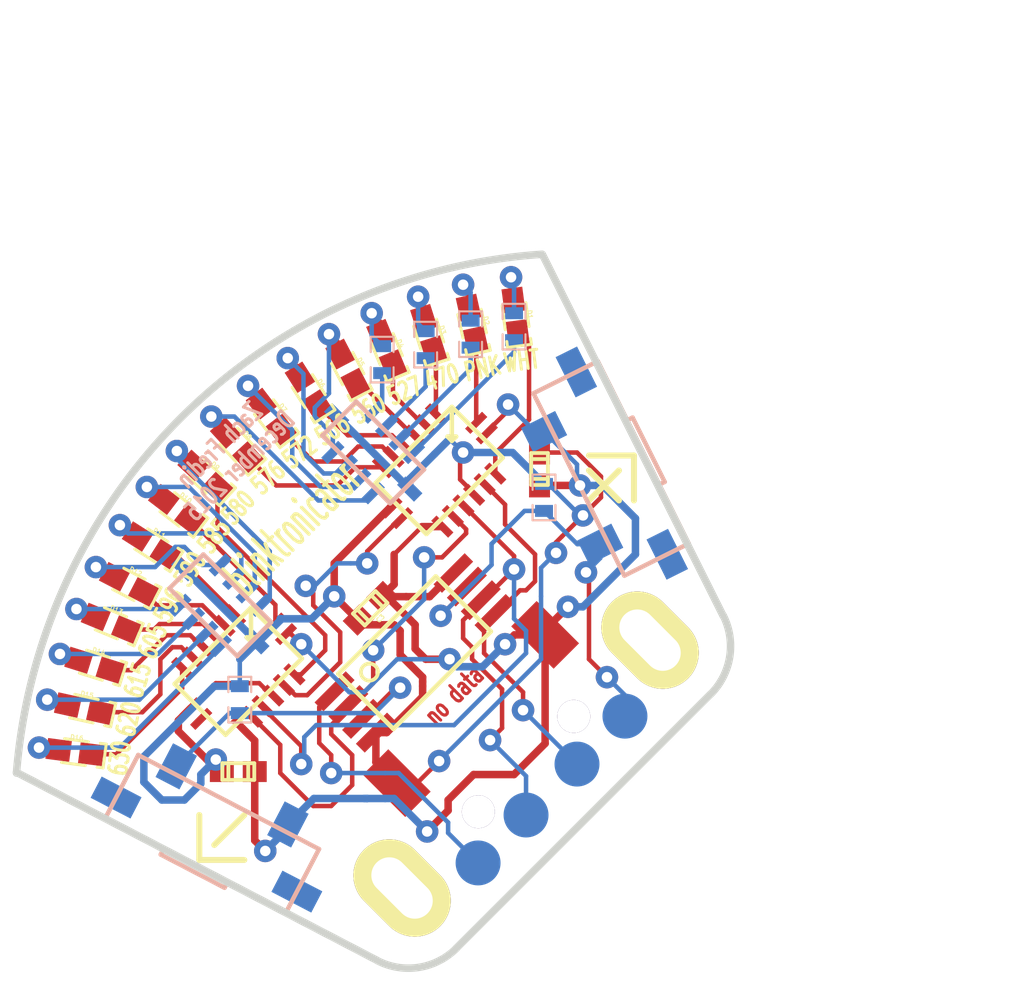
<source format=kicad_pcb>
(kicad_pcb (version 3) (host pcbnew "(2013-jul-07)-stable")

  (general
    (links 74)
    (no_connects 0)
    (area 164.899999 17.150001 202.999999 50.568199)
    (thickness 1.6)
    (drawings 47)
    (tracks 457)
    (zones 0)
    (modules 37)
    (nets 46)
  )

  (page A3)
  (layers
    (15 F.Cu signal)
    (0 B.Cu signal)
    (16 B.Adhes user hide)
    (17 F.Adhes user hide)
    (18 B.Paste user hide)
    (19 F.Paste user hide)
    (20 B.SilkS user)
    (21 F.SilkS user)
    (22 B.Mask user)
    (23 F.Mask user)
    (24 Dwgs.User user)
    (25 Cmts.User user)
    (26 Eco1.User user)
    (27 Eco2.User user)
    (28 Edge.Cuts user)
  )

  (setup
    (last_trace_width 0.15)
    (user_trace_width 0.25)
    (trace_clearance 0.225)
    (zone_clearance 0.508)
    (zone_45_only no)
    (trace_min 0.15)
    (segment_width 0.2)
    (edge_width 0.2)
    (via_size 0.75)
    (via_drill 0.35)
    (via_min_size 0.75)
    (via_min_drill 0.35)
    (uvia_size 0.508)
    (uvia_drill 0.127)
    (uvias_allowed no)
    (uvia_min_size 0.508)
    (uvia_min_drill 0.127)
    (pcb_text_width 0.3)
    (pcb_text_size 1.5 1.5)
    (mod_edge_width 0.15)
    (mod_text_size 1 1)
    (mod_text_width 0.15)
    (pad_size 1.1 1.1)
    (pad_drill 1.1)
    (pad_to_mask_clearance 0)
    (aux_axis_origin 0 0)
    (visible_elements FFFFFF3F)
    (pcbplotparams
      (layerselection 284196865)
      (usegerberextensions true)
      (excludeedgelayer true)
      (linewidth 0.150000)
      (plotframeref false)
      (viasonmask false)
      (mode 1)
      (useauxorigin false)
      (hpglpennumber 1)
      (hpglpenspeed 20)
      (hpglpendiameter 15)
      (hpglpenoverlay 2)
      (psnegative false)
      (psa4output false)
      (plotreference true)
      (plotvalue true)
      (plotothertext true)
      (plotinvisibletext false)
      (padsonsilk false)
      (subtractmaskfromsilk false)
      (outputformat 1)
      (mirror false)
      (drillshape 0)
      (scaleselection 1)
      (outputdirectory gerbers/))
  )

  (net 0 "")
  (net 1 D1)
  (net 2 D10)
  (net 3 D11)
  (net 4 D12)
  (net 5 D13)
  (net 6 D14)
  (net 7 D15)
  (net 8 D16)
  (net 9 D2)
  (net 10 D3)
  (net 11 D4)
  (net 12 D5)
  (net 13 D6)
  (net 14 D7)
  (net 15 D8)
  (net 16 D9)
  (net 17 GND)
  (net 18 N-000001)
  (net 19 N-0000010)
  (net 20 N-0000011)
  (net 21 N-0000012)
  (net 22 N-0000013)
  (net 23 N-0000014)
  (net 24 N-0000015)
  (net 25 N-0000016)
  (net 26 N-0000017)
  (net 27 N-0000018)
  (net 28 N-0000019)
  (net 29 N-000002)
  (net 30 N-0000020)
  (net 31 N-0000021)
  (net 32 N-0000030)
  (net 33 N-0000031)
  (net 34 N-0000032)
  (net 35 N-0000033)
  (net 36 N-0000038)
  (net 37 N-0000039)
  (net 38 N-000004)
  (net 39 N-0000040)
  (net 40 N-0000041)
  (net 41 N-0000044)
  (net 42 N-0000045)
  (net 43 N-000006)
  (net 44 N-000008)
  (net 45 VCC)

  (net_class Default "This is the default net class."
    (clearance 0.225)
    (trace_width 0.15)
    (via_dia 0.75)
    (via_drill 0.35)
    (uvia_dia 0.508)
    (uvia_drill 0.127)
    (add_net "")
    (add_net D1)
    (add_net D10)
    (add_net D11)
    (add_net D12)
    (add_net D13)
    (add_net D14)
    (add_net D15)
    (add_net D16)
    (add_net D2)
    (add_net D3)
    (add_net D4)
    (add_net D5)
    (add_net D6)
    (add_net D7)
    (add_net D8)
    (add_net D9)
    (add_net GND)
    (add_net N-000001)
    (add_net N-0000010)
    (add_net N-0000011)
    (add_net N-0000012)
    (add_net N-0000013)
    (add_net N-0000014)
    (add_net N-0000015)
    (add_net N-0000016)
    (add_net N-0000017)
    (add_net N-0000018)
    (add_net N-0000019)
    (add_net N-000002)
    (add_net N-0000020)
    (add_net N-0000021)
    (add_net N-0000030)
    (add_net N-0000031)
    (add_net N-0000032)
    (add_net N-0000033)
    (add_net N-0000038)
    (add_net N-0000039)
    (add_net N-000004)
    (add_net N-0000040)
    (add_net N-0000041)
    (add_net N-0000044)
    (add_net N-0000045)
    (add_net N-000006)
    (add_net N-000008)
    (add_net VCC)
  )

  (module LED-0402 (layer F.Cu) (tedit 5664684A) (tstamp 563F7C93)
    (at 182.05 27.35 277.5)
    (descr "SMT LED, 0402")
    (path /563AB44A)
    (fp_text reference D1 (at 0 -0.4826 277.5) (layer F.SilkS)
      (effects (font (size 0.1524 0.1524) (thickness 0.03048)))
    )
    (fp_text value WHT (at 0 0.4826 277.5) (layer F.SilkS) hide
      (effects (font (size 0.1524 0.1524) (thickness 0.03048)))
    )
    (fp_line (start 1 -0.4) (end 0.8 -0.4) (layer F.SilkS) (width 0.1))
    (fp_line (start 1 0.4) (end 0.8 0.4) (layer F.SilkS) (width 0.1))
    (fp_line (start 0.4 -0.4) (end -0.4 -0.4) (layer F.SilkS) (width 0.1))
    (fp_line (start -0.4 0.4) (end 0.4 0.4) (layer F.SilkS) (width 0.1))
    (fp_line (start 1 -0.4) (end 1 0.4) (layer F.SilkS) (width 0.1))
    (pad 1 smd rect (at 0.54864 0 277.5) (size 0.8001 0.6985)
      (layers F.Cu F.Paste F.Mask)
      (net 29 N-000002)
    )
    (pad 2 smd rect (at -0.54864 0 277.5) (size 0.8001 0.6985)
      (layers F.Cu F.Paste F.Mask)
      (net 19 N-0000010)
    )
    (model smd/capacitors/c_0402.wrl
      (at (xyz 0 0 0))
      (scale (xyz 1 1 1))
      (rotate (xyz 0 0 0))
    )
  )

  (module LED-0402 (layer F.Cu) (tedit 5664684A) (tstamp 563F7C39)
    (at 180.6 27.6 282.5)
    (descr "SMT LED, 0402")
    (path /563AB450)
    (fp_text reference D2 (at 0 -0.4826 282.5) (layer F.SilkS)
      (effects (font (size 0.1524 0.1524) (thickness 0.03048)))
    )
    (fp_text value PNK (at 0 0.4826 282.5) (layer F.SilkS) hide
      (effects (font (size 0.1524 0.1524) (thickness 0.03048)))
    )
    (fp_line (start 1 -0.4) (end 0.8 -0.4) (layer F.SilkS) (width 0.1))
    (fp_line (start 1 0.4) (end 0.8 0.4) (layer F.SilkS) (width 0.1))
    (fp_line (start 0.4 -0.4) (end -0.4 -0.4) (layer F.SilkS) (width 0.1))
    (fp_line (start -0.4 0.4) (end 0.4 0.4) (layer F.SilkS) (width 0.1))
    (fp_line (start 1 -0.4) (end 1 0.4) (layer F.SilkS) (width 0.1))
    (pad 1 smd rect (at 0.54864 0 282.5) (size 0.8001 0.6985)
      (layers F.Cu F.Paste F.Mask)
      (net 18 N-000001)
    )
    (pad 2 smd rect (at -0.54864 0 282.5) (size 0.8001 0.6985)
      (layers F.Cu F.Paste F.Mask)
      (net 44 N-000008)
    )
    (model smd/capacitors/c_0402.wrl
      (at (xyz 0 0 0))
      (scale (xyz 1 1 1))
      (rotate (xyz 0 0 0))
    )
  )

  (module LED-0402 (layer F.Cu) (tedit 5664684A) (tstamp 563F7CA5)
    (at 179.15 27.95 287.5)
    (descr "SMT LED, 0402")
    (path /563AB456)
    (fp_text reference D3 (at 0 -0.4826 287.5) (layer F.SilkS)
      (effects (font (size 0.1524 0.1524) (thickness 0.03048)))
    )
    (fp_text value 470nm (at 0 0.4826 287.5) (layer F.SilkS) hide
      (effects (font (size 0.1524 0.1524) (thickness 0.03048)))
    )
    (fp_line (start 1 -0.4) (end 0.8 -0.4) (layer F.SilkS) (width 0.1))
    (fp_line (start 1 0.4) (end 0.8 0.4) (layer F.SilkS) (width 0.1))
    (fp_line (start 0.4 -0.4) (end -0.4 -0.4) (layer F.SilkS) (width 0.1))
    (fp_line (start -0.4 0.4) (end 0.4 0.4) (layer F.SilkS) (width 0.1))
    (fp_line (start 1 -0.4) (end 1 0.4) (layer F.SilkS) (width 0.1))
    (pad 1 smd rect (at 0.54864 0 287.5) (size 0.8001 0.6985)
      (layers F.Cu F.Paste F.Mask)
      (net 26 N-0000017)
    )
    (pad 2 smd rect (at -0.54864 0 287.5) (size 0.8001 0.6985)
      (layers F.Cu F.Paste F.Mask)
      (net 43 N-000006)
    )
    (model smd/capacitors/c_0402.wrl
      (at (xyz 0 0 0))
      (scale (xyz 1 1 1))
      (rotate (xyz 0 0 0))
    )
  )

  (module LED-0402 (layer F.Cu) (tedit 5664684A) (tstamp 563F7CB7)
    (at 177.75 28.45 292.5)
    (descr "SMT LED, 0402")
    (path /563AB45C)
    (fp_text reference D4 (at 0 -0.4826 292.5) (layer F.SilkS)
      (effects (font (size 0.1524 0.1524) (thickness 0.03048)))
    )
    (fp_text value 527nm (at 0 0.4826 292.5) (layer F.SilkS) hide
      (effects (font (size 0.1524 0.1524) (thickness 0.03048)))
    )
    (fp_line (start 1 -0.4) (end 0.8 -0.4) (layer F.SilkS) (width 0.1))
    (fp_line (start 1 0.4) (end 0.8 0.4) (layer F.SilkS) (width 0.1))
    (fp_line (start 0.4 -0.4) (end -0.4 -0.4) (layer F.SilkS) (width 0.1))
    (fp_line (start -0.4 0.4) (end 0.4 0.4) (layer F.SilkS) (width 0.1))
    (fp_line (start 1 -0.4) (end 1 0.4) (layer F.SilkS) (width 0.1))
    (pad 1 smd rect (at 0.54864 0 292.5) (size 0.8001 0.6985)
      (layers F.Cu F.Paste F.Mask)
      (net 25 N-0000016)
    )
    (pad 2 smd rect (at -0.54864 0 292.5) (size 0.8001 0.6985)
      (layers F.Cu F.Paste F.Mask)
      (net 38 N-000004)
    )
    (model smd/capacitors/c_0402.wrl
      (at (xyz 0 0 0))
      (scale (xyz 1 1 1))
      (rotate (xyz 0 0 0))
    )
  )

  (module LED-0402 (layer F.Cu) (tedit 5664684A) (tstamp 563F7CC9)
    (at 176.45 29.1 297.5)
    (descr "SMT LED, 0402")
    (path /563AB462)
    (fp_text reference D5 (at 0 -0.4826 297.5) (layer F.SilkS)
      (effects (font (size 0.1524 0.1524) (thickness 0.03048)))
    )
    (fp_text value 560nm (at 0 0.4826 297.5) (layer F.SilkS) hide
      (effects (font (size 0.1524 0.1524) (thickness 0.03048)))
    )
    (fp_line (start 1 -0.4) (end 0.8 -0.4) (layer F.SilkS) (width 0.1))
    (fp_line (start 1 0.4) (end 0.8 0.4) (layer F.SilkS) (width 0.1))
    (fp_line (start 0.4 -0.4) (end -0.4 -0.4) (layer F.SilkS) (width 0.1))
    (fp_line (start -0.4 0.4) (end 0.4 0.4) (layer F.SilkS) (width 0.1))
    (fp_line (start 1 -0.4) (end 1 0.4) (layer F.SilkS) (width 0.1))
    (pad 1 smd rect (at 0.54864 0 297.5) (size 0.8001 0.6985)
      (layers F.Cu F.Paste F.Mask)
      (net 21 N-0000012)
    )
    (pad 2 smd rect (at -0.54864 0 297.5) (size 0.8001 0.6985)
      (layers F.Cu F.Paste F.Mask)
      (net 12 D5)
    )
    (model smd/capacitors/c_0402.wrl
      (at (xyz 0 0 0))
      (scale (xyz 1 1 1))
      (rotate (xyz 0 0 0))
    )
  )

  (module LED-0402 (layer F.Cu) (tedit 5664684A) (tstamp 563F7CED)
    (at 175.15 29.85 302.5)
    (descr "SMT LED, 0402")
    (path /563AB8BE)
    (fp_text reference D6 (at 0 -0.4826 302.5) (layer F.SilkS)
      (effects (font (size 0.1524 0.1524) (thickness 0.03048)))
    )
    (fp_text value 566nm (at 0 0.4826 302.5) (layer F.SilkS) hide
      (effects (font (size 0.1524 0.1524) (thickness 0.03048)))
    )
    (fp_line (start 1 -0.4) (end 0.8 -0.4) (layer F.SilkS) (width 0.1))
    (fp_line (start 1 0.4) (end 0.8 0.4) (layer F.SilkS) (width 0.1))
    (fp_line (start 0.4 -0.4) (end -0.4 -0.4) (layer F.SilkS) (width 0.1))
    (fp_line (start -0.4 0.4) (end 0.4 0.4) (layer F.SilkS) (width 0.1))
    (fp_line (start 1 -0.4) (end 1 0.4) (layer F.SilkS) (width 0.1))
    (pad 1 smd rect (at 0.54864 0 302.5) (size 0.8001 0.6985)
      (layers F.Cu F.Paste F.Mask)
      (net 24 N-0000015)
    )
    (pad 2 smd rect (at -0.54864 0 302.5) (size 0.8001 0.6985)
      (layers F.Cu F.Paste F.Mask)
      (net 13 D6)
    )
    (model smd/capacitors/c_0402.wrl
      (at (xyz 0 0 0))
      (scale (xyz 1 1 1))
      (rotate (xyz 0 0 0))
    )
  )

  (module LED-0402 (layer F.Cu) (tedit 5664684A) (tstamp 563F7D47)
    (at 173.9 30.7 307.5)
    (descr "SMT LED, 0402")
    (path /563AB002)
    (fp_text reference D7 (at 0 -0.4826 307.5) (layer F.SilkS)
      (effects (font (size 0.1524 0.1524) (thickness 0.03048)))
    )
    (fp_text value 572nm (at 0 0.4826 307.5) (layer F.SilkS) hide
      (effects (font (size 0.1524 0.1524) (thickness 0.03048)))
    )
    (fp_line (start 1 -0.4) (end 0.8 -0.4) (layer F.SilkS) (width 0.1))
    (fp_line (start 1 0.4) (end 0.8 0.4) (layer F.SilkS) (width 0.1))
    (fp_line (start 0.4 -0.4) (end -0.4 -0.4) (layer F.SilkS) (width 0.1))
    (fp_line (start -0.4 0.4) (end 0.4 0.4) (layer F.SilkS) (width 0.1))
    (fp_line (start 1 -0.4) (end 1 0.4) (layer F.SilkS) (width 0.1))
    (pad 1 smd rect (at 0.54864 0 307.5) (size 0.8001 0.6985)
      (layers F.Cu F.Paste F.Mask)
      (net 23 N-0000014)
    )
    (pad 2 smd rect (at -0.54864 0 307.5) (size 0.8001 0.6985)
      (layers F.Cu F.Paste F.Mask)
      (net 14 D7)
    )
    (model smd/capacitors/c_0402.wrl
      (at (xyz 0 0 0))
      (scale (xyz 1 1 1))
      (rotate (xyz 0 0 0))
    )
  )

  (module LED-0402 (layer F.Cu) (tedit 5664684A) (tstamp 563F7CDB)
    (at 172.75 31.65 312.5)
    (descr "SMT LED, 0402")
    (path /563AB754)
    (fp_text reference D8 (at 0 -0.4826 312.5) (layer F.SilkS)
      (effects (font (size 0.1524 0.1524) (thickness 0.03048)))
    )
    (fp_text value 576nm (at 0 0.4826 312.5) (layer F.SilkS) hide
      (effects (font (size 0.1524 0.1524) (thickness 0.03048)))
    )
    (fp_line (start 1 -0.4) (end 0.8 -0.4) (layer F.SilkS) (width 0.1))
    (fp_line (start 1 0.4) (end 0.8 0.4) (layer F.SilkS) (width 0.1))
    (fp_line (start 0.4 -0.4) (end -0.4 -0.4) (layer F.SilkS) (width 0.1))
    (fp_line (start -0.4 0.4) (end 0.4 0.4) (layer F.SilkS) (width 0.1))
    (fp_line (start 1 -0.4) (end 1 0.4) (layer F.SilkS) (width 0.1))
    (pad 1 smd rect (at 0.54864 0 312.5) (size 0.8001 0.6985)
      (layers F.Cu F.Paste F.Mask)
      (net 22 N-0000013)
    )
    (pad 2 smd rect (at -0.54864 0 312.5) (size 0.8001 0.6985)
      (layers F.Cu F.Paste F.Mask)
      (net 15 D8)
    )
    (model smd/capacitors/c_0402.wrl
      (at (xyz 0 0 0))
      (scale (xyz 1 1 1))
      (rotate (xyz 0 0 0))
    )
  )

  (module LED-0402 (layer F.Cu) (tedit 5664684A) (tstamp 563F7C81)
    (at 171.7 32.7 317.5)
    (descr "SMT LED, 0402")
    (path /563AB75A)
    (fp_text reference D9 (at 0 -0.4826 317.5) (layer F.SilkS)
      (effects (font (size 0.1524 0.1524) (thickness 0.03048)))
    )
    (fp_text value 580nm (at 0 0.4826 317.5) (layer F.SilkS) hide
      (effects (font (size 0.1524 0.1524) (thickness 0.03048)))
    )
    (fp_line (start 1 -0.4) (end 0.8 -0.4) (layer F.SilkS) (width 0.1))
    (fp_line (start 1 0.4) (end 0.8 0.4) (layer F.SilkS) (width 0.1))
    (fp_line (start 0.4 -0.4) (end -0.4 -0.4) (layer F.SilkS) (width 0.1))
    (fp_line (start -0.4 0.4) (end 0.4 0.4) (layer F.SilkS) (width 0.1))
    (fp_line (start 1 -0.4) (end 1 0.4) (layer F.SilkS) (width 0.1))
    (pad 1 smd rect (at 0.54864 0 317.5) (size 0.8001 0.6985)
      (layers F.Cu F.Paste F.Mask)
      (net 36 N-0000038)
    )
    (pad 2 smd rect (at -0.54864 0 317.5) (size 0.8001 0.6985)
      (layers F.Cu F.Paste F.Mask)
      (net 16 D9)
    )
    (model smd/capacitors/c_0402.wrl
      (at (xyz 0 0 0))
      (scale (xyz 1 1 1))
      (rotate (xyz 0 0 0))
    )
  )

  (module LED-0402 (layer F.Cu) (tedit 5664684A) (tstamp 563F7CFF)
    (at 170.75 33.8 322.5)
    (descr "SMT LED, 0402")
    (path /563AB760)
    (fp_text reference D10 (at 0 -0.4826 322.5) (layer F.SilkS)
      (effects (font (size 0.1524 0.1524) (thickness 0.03048)))
    )
    (fp_text value 585nm (at 0 0.4826 322.5) (layer F.SilkS) hide
      (effects (font (size 0.1524 0.1524) (thickness 0.03048)))
    )
    (fp_line (start 1 -0.4) (end 0.8 -0.4) (layer F.SilkS) (width 0.1))
    (fp_line (start 1 0.4) (end 0.8 0.4) (layer F.SilkS) (width 0.1))
    (fp_line (start 0.4 -0.4) (end -0.4 -0.4) (layer F.SilkS) (width 0.1))
    (fp_line (start -0.4 0.4) (end 0.4 0.4) (layer F.SilkS) (width 0.1))
    (fp_line (start 1 -0.4) (end 1 0.4) (layer F.SilkS) (width 0.1))
    (pad 1 smd rect (at 0.54864 0 322.5) (size 0.8001 0.6985)
      (layers F.Cu F.Paste F.Mask)
      (net 40 N-0000041)
    )
    (pad 2 smd rect (at -0.54864 0 322.5) (size 0.8001 0.6985)
      (layers F.Cu F.Paste F.Mask)
      (net 2 D10)
    )
    (model smd/capacitors/c_0402.wrl
      (at (xyz 0 0 0))
      (scale (xyz 1 1 1))
      (rotate (xyz 0 0 0))
    )
  )

  (module LED-0402 (layer F.Cu) (tedit 5664684A) (tstamp 563F7D11)
    (at 169.9 35 327.5)
    (descr "SMT LED, 0402")
    (path /563AB766)
    (fp_text reference D11 (at 0 -0.4826 327.5) (layer F.SilkS)
      (effects (font (size 0.1524 0.1524) (thickness 0.03048)))
    )
    (fp_text value 590nm (at 0 0.4826 327.5) (layer F.SilkS) hide
      (effects (font (size 0.1524 0.1524) (thickness 0.03048)))
    )
    (fp_line (start 1 -0.4) (end 0.8 -0.4) (layer F.SilkS) (width 0.1))
    (fp_line (start 1 0.4) (end 0.8 0.4) (layer F.SilkS) (width 0.1))
    (fp_line (start 0.4 -0.4) (end -0.4 -0.4) (layer F.SilkS) (width 0.1))
    (fp_line (start -0.4 0.4) (end 0.4 0.4) (layer F.SilkS) (width 0.1))
    (fp_line (start 1 -0.4) (end 1 0.4) (layer F.SilkS) (width 0.1))
    (pad 1 smd rect (at 0.54864 0 327.5) (size 0.8001 0.6985)
      (layers F.Cu F.Paste F.Mask)
      (net 39 N-0000040)
    )
    (pad 2 smd rect (at -0.54864 0 327.5) (size 0.8001 0.6985)
      (layers F.Cu F.Paste F.Mask)
      (net 3 D11)
    )
    (model smd/capacitors/c_0402.wrl
      (at (xyz 0 0 0))
      (scale (xyz 1 1 1))
      (rotate (xyz 0 0 0))
    )
  )

  (module LED-0402 (layer F.Cu) (tedit 5664684A) (tstamp 563F7D23)
    (at 169.15 36.3 332.5)
    (descr "SMT LED, 0402")
    (path /563AB76C)
    (fp_text reference D12 (at 0 -0.4826 332.5) (layer F.SilkS)
      (effects (font (size 0.1524 0.1524) (thickness 0.03048)))
    )
    (fp_text value 596nm (at 0 0.4826 332.5) (layer F.SilkS) hide
      (effects (font (size 0.1524 0.1524) (thickness 0.03048)))
    )
    (fp_line (start 1 -0.4) (end 0.8 -0.4) (layer F.SilkS) (width 0.1))
    (fp_line (start 1 0.4) (end 0.8 0.4) (layer F.SilkS) (width 0.1))
    (fp_line (start 0.4 -0.4) (end -0.4 -0.4) (layer F.SilkS) (width 0.1))
    (fp_line (start -0.4 0.4) (end 0.4 0.4) (layer F.SilkS) (width 0.1))
    (fp_line (start 1 -0.4) (end 1 0.4) (layer F.SilkS) (width 0.1))
    (pad 1 smd rect (at 0.54864 0 332.5) (size 0.8001 0.6985)
      (layers F.Cu F.Paste F.Mask)
      (net 37 N-0000039)
    )
    (pad 2 smd rect (at -0.54864 0 332.5) (size 0.8001 0.6985)
      (layers F.Cu F.Paste F.Mask)
      (net 4 D12)
    )
    (model smd/capacitors/c_0402.wrl
      (at (xyz 0 0 0))
      (scale (xyz 1 1 1))
      (rotate (xyz 0 0 0))
    )
  )

  (module LED-0402 (layer F.Cu) (tedit 5664684A) (tstamp 563F8F0B)
    (at 168.55 37.6 337.5)
    (descr "SMT LED, 0402")
    (path /563AB772)
    (fp_text reference D13 (at 0 -0.4826 337.5) (layer F.SilkS)
      (effects (font (size 0.1524 0.1524) (thickness 0.03048)))
    )
    (fp_text value 605nm (at 0 0.4826 337.5) (layer F.SilkS) hide
      (effects (font (size 0.1524 0.1524) (thickness 0.03048)))
    )
    (fp_line (start 1 -0.4) (end 0.8 -0.4) (layer F.SilkS) (width 0.1))
    (fp_line (start 1 0.4) (end 0.8 0.4) (layer F.SilkS) (width 0.1))
    (fp_line (start 0.4 -0.4) (end -0.4 -0.4) (layer F.SilkS) (width 0.1))
    (fp_line (start -0.4 0.4) (end 0.4 0.4) (layer F.SilkS) (width 0.1))
    (fp_line (start 1 -0.4) (end 1 0.4) (layer F.SilkS) (width 0.1))
    (pad 1 smd rect (at 0.54864 0 337.5) (size 0.8001 0.6985)
      (layers F.Cu F.Paste F.Mask)
      (net 35 N-0000033)
    )
    (pad 2 smd rect (at -0.54864 0 337.5) (size 0.8001 0.6985)
      (layers F.Cu F.Paste F.Mask)
      (net 5 D13)
    )
    (model smd/capacitors/c_0402.wrl
      (at (xyz 0 0 0))
      (scale (xyz 1 1 1))
      (rotate (xyz 0 0 0))
    )
  )

  (module LED-0402 (layer F.Cu) (tedit 5664684A) (tstamp 563F7C6F)
    (at 168 39 342.5)
    (descr "SMT LED, 0402")
    (path /563AB8CD)
    (fp_text reference D14 (at 0 -0.4826 342.5) (layer F.SilkS)
      (effects (font (size 0.1524 0.1524) (thickness 0.03048)))
    )
    (fp_text value 615nm (at 0 0.4826 342.5) (layer F.SilkS) hide
      (effects (font (size 0.1524 0.1524) (thickness 0.03048)))
    )
    (fp_line (start 1 -0.4) (end 0.8 -0.4) (layer F.SilkS) (width 0.1))
    (fp_line (start 1 0.4) (end 0.8 0.4) (layer F.SilkS) (width 0.1))
    (fp_line (start 0.4 -0.4) (end -0.4 -0.4) (layer F.SilkS) (width 0.1))
    (fp_line (start -0.4 0.4) (end 0.4 0.4) (layer F.SilkS) (width 0.1))
    (fp_line (start 1 -0.4) (end 1 0.4) (layer F.SilkS) (width 0.1))
    (pad 1 smd rect (at 0.54864 0 342.5) (size 0.8001 0.6985)
      (layers F.Cu F.Paste F.Mask)
      (net 34 N-0000032)
    )
    (pad 2 smd rect (at -0.54864 0 342.5) (size 0.8001 0.6985)
      (layers F.Cu F.Paste F.Mask)
      (net 6 D14)
    )
    (model smd/capacitors/c_0402.wrl
      (at (xyz 0 0 0))
      (scale (xyz 1 1 1))
      (rotate (xyz 0 0 0))
    )
  )

  (module LED-0402 (layer F.Cu) (tedit 5664684A) (tstamp 563F7C5D)
    (at 167.65 40.45 347.5)
    (descr "SMT LED, 0402")
    (path /563DFE89)
    (fp_text reference D15 (at 0 -0.4826 347.5) (layer F.SilkS)
      (effects (font (size 0.1524 0.1524) (thickness 0.03048)))
    )
    (fp_text value 620nm (at 0 0.4826 347.5) (layer F.SilkS) hide
      (effects (font (size 0.1524 0.1524) (thickness 0.03048)))
    )
    (fp_line (start 1 -0.4) (end 0.8 -0.4) (layer F.SilkS) (width 0.1))
    (fp_line (start 1 0.4) (end 0.8 0.4) (layer F.SilkS) (width 0.1))
    (fp_line (start 0.4 -0.4) (end -0.4 -0.4) (layer F.SilkS) (width 0.1))
    (fp_line (start -0.4 0.4) (end 0.4 0.4) (layer F.SilkS) (width 0.1))
    (fp_line (start 1 -0.4) (end 1 0.4) (layer F.SilkS) (width 0.1))
    (pad 1 smd rect (at 0.54864 0 347.5) (size 0.8001 0.6985)
      (layers F.Cu F.Paste F.Mask)
      (net 33 N-0000031)
    )
    (pad 2 smd rect (at -0.54864 0 347.5) (size 0.8001 0.6985)
      (layers F.Cu F.Paste F.Mask)
      (net 7 D15)
    )
    (model smd/capacitors/c_0402.wrl
      (at (xyz 0 0 0))
      (scale (xyz 1 1 1))
      (rotate (xyz 0 0 0))
    )
  )

  (module LED-0402 (layer F.Cu) (tedit 5664684A) (tstamp 563F7C4B)
    (at 167.35 41.9 352.5)
    (descr "SMT LED, 0402")
    (path /563DFE98)
    (fp_text reference D16 (at 0 -0.4826 352.5) (layer F.SilkS)
      (effects (font (size 0.1524 0.1524) (thickness 0.03048)))
    )
    (fp_text value 630nm (at 0 0.4826 352.5) (layer F.SilkS) hide
      (effects (font (size 0.1524 0.1524) (thickness 0.03048)))
    )
    (fp_line (start 1 -0.4) (end 0.8 -0.4) (layer F.SilkS) (width 0.1))
    (fp_line (start 1 0.4) (end 0.8 0.4) (layer F.SilkS) (width 0.1))
    (fp_line (start 0.4 -0.4) (end -0.4 -0.4) (layer F.SilkS) (width 0.1))
    (fp_line (start -0.4 0.4) (end 0.4 0.4) (layer F.SilkS) (width 0.1))
    (fp_line (start 1 -0.4) (end 1 0.4) (layer F.SilkS) (width 0.1))
    (pad 1 smd rect (at 0.54864 0 352.5) (size 0.8001 0.6985)
      (layers F.Cu F.Paste F.Mask)
      (net 32 N-0000030)
    )
    (pad 2 smd rect (at -0.54864 0 352.5) (size 0.8001 0.6985)
      (layers F.Cu F.Paste F.Mask)
      (net 8 D16)
    )
    (model smd/capacitors/c_0402.wrl
      (at (xyz 0 0 0))
      (scale (xyz 1 1 1))
      (rotate (xyz 0 0 0))
    )
  )

  (module SM0402 (layer B.Cu) (tedit 5666652D) (tstamp 56663E2B)
    (at 183 33.4 90)
    (path /563AD150)
    (attr smd)
    (fp_text reference R2 (at 0 0 90) (layer B.SilkS) hide
      (effects (font (size 0.35052 0.3048) (thickness 0.07112)) (justify mirror))
    )
    (fp_text value 10k (at 0.09906 0 90) (layer B.SilkS) hide
      (effects (font (size 0.35052 0.3048) (thickness 0.07112)) (justify mirror))
    )
    (fp_line (start -0.254 0.381) (end -0.762 0.381) (layer B.SilkS) (width 0.07112))
    (fp_line (start -0.762 0.381) (end -0.762 -0.381) (layer B.SilkS) (width 0.07112))
    (fp_line (start -0.762 -0.381) (end -0.254 -0.381) (layer B.SilkS) (width 0.07112))
    (fp_line (start 0.254 0.381) (end 0.762 0.381) (layer B.SilkS) (width 0.07112))
    (fp_line (start 0.762 0.381) (end 0.762 -0.381) (layer B.SilkS) (width 0.07112))
    (fp_line (start 0.762 -0.381) (end 0.254 -0.381) (layer B.SilkS) (width 0.07112))
    (pad 1 smd rect (at -0.44958 0 90) (size 0.39878 0.59944)
      (layers B.Cu B.Paste B.Mask)
      (net 42 N-0000045)
    )
    (pad 2 smd rect (at 0.44958 0 90) (size 0.39878 0.59944)
      (layers B.Cu B.Paste B.Mask)
      (net 17 GND)
    )
    (model smd\chip_cms.wrl
      (at (xyz 0 0 0.002))
      (scale (xyz 0.05 0.05 0.05))
      (rotate (xyz 0 0 0))
    )
  )

  (module SM0402 (layer B.Cu) (tedit 56666524) (tstamp 56663E37)
    (at 172.85 40.15 90)
    (path /563AD15F)
    (attr smd)
    (fp_text reference R3 (at 0 0 90) (layer B.SilkS) hide
      (effects (font (size 0.35052 0.3048) (thickness 0.07112)) (justify mirror))
    )
    (fp_text value 10k (at 0.09906 0 90) (layer B.SilkS) hide
      (effects (font (size 0.35052 0.3048) (thickness 0.07112)) (justify mirror))
    )
    (fp_line (start -0.254 0.381) (end -0.762 0.381) (layer B.SilkS) (width 0.07112))
    (fp_line (start -0.762 0.381) (end -0.762 -0.381) (layer B.SilkS) (width 0.07112))
    (fp_line (start -0.762 -0.381) (end -0.254 -0.381) (layer B.SilkS) (width 0.07112))
    (fp_line (start 0.254 0.381) (end 0.762 0.381) (layer B.SilkS) (width 0.07112))
    (fp_line (start 0.762 0.381) (end 0.762 -0.381) (layer B.SilkS) (width 0.07112))
    (fp_line (start 0.762 -0.381) (end 0.254 -0.381) (layer B.SilkS) (width 0.07112))
    (pad 1 smd rect (at -0.44958 0 90) (size 0.39878 0.59944)
      (layers B.Cu B.Paste B.Mask)
      (net 41 N-0000044)
    )
    (pad 2 smd rect (at 0.44958 0 90) (size 0.39878 0.59944)
      (layers B.Cu B.Paste B.Mask)
      (net 17 GND)
    )
    (model smd\chip_cms.wrl
      (at (xyz 0 0 0.002))
      (scale (xyz 0.05 0.05 0.05))
      (rotate (xyz 0 0 0))
    )
  )

  (module c_0402 (layer F.Cu) (tedit 5666DF04) (tstamp 56663E75)
    (at 172.8 42.55 180)
    (descr "SMT capacitor, 0402")
    (path /563AC2EE)
    (fp_text reference C2 (at 0 -0.4826 180) (layer F.SilkS) hide
      (effects (font (size 0.1524 0.1524) (thickness 0.03048)))
    )
    (fp_text value 0.1 (at 0 0.4826 180) (layer F.SilkS) hide
      (effects (font (size 0.1524 0.1524) (thickness 0.03048)))
    )
    (fp_line (start 0.3302 -0.2794) (end 0.3302 0.2794) (layer F.SilkS) (width 0.127))
    (fp_line (start -0.3302 -0.2794) (end -0.3302 0.2794) (layer F.SilkS) (width 0.127))
    (fp_line (start -0.5334 -0.2794) (end -0.5334 0.2794) (layer F.SilkS) (width 0.127))
    (fp_line (start -0.5334 0.2794) (end 0.5334 0.2794) (layer F.SilkS) (width 0.127))
    (fp_line (start 0.5334 0.2794) (end 0.5334 -0.2794) (layer F.SilkS) (width 0.127))
    (fp_line (start 0.5334 -0.2794) (end -0.5334 -0.2794) (layer F.SilkS) (width 0.127))
    (pad 1 smd rect (at 0.54864 0 180) (size 0.8001 0.6985)
      (layers F.Cu F.Paste F.Mask)
      (net 17 GND)
    )
    (pad 2 smd rect (at -0.54864 0 180) (size 0.8001 0.6985)
      (layers F.Cu F.Paste F.Mask)
      (net 45 VCC)
    )
    (model smd/capacitors/c_0402.wrl
      (at (xyz 0 0 0))
      (scale (xyz 1 1 1))
      (rotate (xyz 0 0 0))
    )
  )

  (module c_0402 (layer F.Cu) (tedit 5666DF0A) (tstamp 56663E81)
    (at 182.85 32.45 90)
    (descr "SMT capacitor, 0402")
    (path /563AC3DD)
    (fp_text reference C1 (at 0 -0.4826 90) (layer F.SilkS) hide
      (effects (font (size 0.1524 0.1524) (thickness 0.03048)))
    )
    (fp_text value 0.1 (at 0 0.4826 90) (layer F.SilkS) hide
      (effects (font (size 0.1524 0.1524) (thickness 0.03048)))
    )
    (fp_line (start 0.3302 -0.2794) (end 0.3302 0.2794) (layer F.SilkS) (width 0.127))
    (fp_line (start -0.3302 -0.2794) (end -0.3302 0.2794) (layer F.SilkS) (width 0.127))
    (fp_line (start -0.5334 -0.2794) (end -0.5334 0.2794) (layer F.SilkS) (width 0.127))
    (fp_line (start -0.5334 0.2794) (end 0.5334 0.2794) (layer F.SilkS) (width 0.127))
    (fp_line (start 0.5334 0.2794) (end 0.5334 -0.2794) (layer F.SilkS) (width 0.127))
    (fp_line (start 0.5334 -0.2794) (end -0.5334 -0.2794) (layer F.SilkS) (width 0.127))
    (pad 1 smd rect (at 0.54864 0 90) (size 0.8001 0.6985)
      (layers F.Cu F.Paste F.Mask)
      (net 17 GND)
    )
    (pad 2 smd rect (at -0.54864 0 90) (size 0.8001 0.6985)
      (layers F.Cu F.Paste F.Mask)
      (net 45 VCC)
    )
    (model smd/capacitors/c_0402.wrl
      (at (xyz 0 0 0))
      (scale (xyz 1 1 1))
      (rotate (xyz 0 0 0))
    )
  )

  (module c_0402 (layer F.Cu) (tedit 49047259) (tstamp 56663E8D)
    (at 177.2 37.1 225)
    (descr "SMT capacitor, 0402")
    (path /563AC3EC)
    (fp_text reference C3 (at 0 -0.4826 225) (layer F.SilkS)
      (effects (font (size 0.1524 0.1524) (thickness 0.03048)))
    )
    (fp_text value 0.1 (at 0 0.4826 225) (layer F.SilkS) hide
      (effects (font (size 0.1524 0.1524) (thickness 0.03048)))
    )
    (fp_line (start 0.3302 -0.2794) (end 0.3302 0.2794) (layer F.SilkS) (width 0.127))
    (fp_line (start -0.3302 -0.2794) (end -0.3302 0.2794) (layer F.SilkS) (width 0.127))
    (fp_line (start -0.5334 -0.2794) (end -0.5334 0.2794) (layer F.SilkS) (width 0.127))
    (fp_line (start -0.5334 0.2794) (end 0.5334 0.2794) (layer F.SilkS) (width 0.127))
    (fp_line (start 0.5334 0.2794) (end 0.5334 -0.2794) (layer F.SilkS) (width 0.127))
    (fp_line (start 0.5334 -0.2794) (end -0.5334 -0.2794) (layer F.SilkS) (width 0.127))
    (pad 1 smd rect (at 0.54864 0 225) (size 0.8001 0.6985)
      (layers F.Cu F.Paste F.Mask)
      (net 17 GND)
    )
    (pad 2 smd rect (at -0.54864 0 225) (size 0.8001 0.6985)
      (layers F.Cu F.Paste F.Mask)
      (net 45 VCC)
    )
    (model smd/capacitors/c_0402.wrl
      (at (xyz 0 0 0))
      (scale (xyz 1 1 1))
      (rotate (xyz 0 0 0))
    )
  )

  (module TL3330AF130QG (layer B.Cu) (tedit 5666641C) (tstamp 563F7BB3)
    (at 184.7 32.7 296.5)
    (path /563ACE05)
    (fp_text reference SW2 (at 0 4.4 296.5) (layer B.SilkS) hide
      (effects (font (size 1 1) (thickness 0.15)) (justify mirror))
    )
    (fp_text value SW_PUSH (at 0 -4.4 296.5) (layer B.SilkS) hide
      (effects (font (size 1 1) (thickness 0.15)) (justify mirror))
    )
    (fp_line (start -1.2 -1.8) (end -1.2 -2) (layer B.SilkS) (width 0.15))
    (fp_line (start -1.2 -2) (end 1.2 -2) (layer B.SilkS) (width 0.15))
    (fp_line (start 1.2 -2) (end 1.2 -1.8) (layer B.SilkS) (width 0.15))
    (fp_line (start -3.4 -1.8) (end 3.4 -1.8) (layer B.SilkS) (width 0.15))
    (fp_line (start 3.4 -1.8) (end 3.4 0.6) (layer B.SilkS) (width 0.15))
    (fp_line (start 3.4 0.6) (end -3.4 0.6) (layer B.SilkS) (width 0.15))
    (fp_line (start -3.4 0.6) (end -3.4 -1.8) (layer B.SilkS) (width 0.15))
    (pad 1 smd rect (at -2.1 0.85 296.5) (size 0.9 1.27)
      (layers B.Cu B.Mask)
      (net 45 VCC)
    )
    (pad 2 smd rect (at 2.1 0.85 296.5) (size 0.9 1.27)
      (layers B.Cu B.Mask)
      (net 42 N-0000045)
    )
    (pad "" smd rect (at 3.4 -1 296.5) (size 1.5 0.8)
      (layers B.Cu B.Paste B.Mask)
    )
    (pad "" smd rect (at -3.4 -1 296.5) (size 1.5 0.8)
      (layers B.Cu B.Paste B.Mask)
    )
  )

  (module TL3330AF130QG (layer B.Cu) (tedit 5666641C) (tstamp 567F2891)
    (at 172.2 44.1 152.5)
    (path /563ACE14)
    (fp_text reference SW3 (at 0 4.4 152.5) (layer B.SilkS) hide
      (effects (font (size 1 1) (thickness 0.15)) (justify mirror))
    )
    (fp_text value SW_PUSH (at 0 -4.4 152.5) (layer B.SilkS) hide
      (effects (font (size 1 1) (thickness 0.15)) (justify mirror))
    )
    (fp_line (start -1.2 -1.8) (end -1.2 -2) (layer B.SilkS) (width 0.15))
    (fp_line (start -1.2 -2) (end 1.2 -2) (layer B.SilkS) (width 0.15))
    (fp_line (start 1.2 -2) (end 1.2 -1.8) (layer B.SilkS) (width 0.15))
    (fp_line (start -3.4 -1.8) (end 3.4 -1.8) (layer B.SilkS) (width 0.15))
    (fp_line (start 3.4 -1.8) (end 3.4 0.6) (layer B.SilkS) (width 0.15))
    (fp_line (start 3.4 0.6) (end -3.4 0.6) (layer B.SilkS) (width 0.15))
    (fp_line (start -3.4 0.6) (end -3.4 -1.8) (layer B.SilkS) (width 0.15))
    (pad 1 smd rect (at -2.1 0.85 152.5) (size 0.9 1.27)
      (layers B.Cu B.Mask)
      (net 45 VCC)
    )
    (pad 2 smd rect (at 2.1 0.85 152.5) (size 0.9 1.27)
      (layers B.Cu B.Mask)
      (net 41 N-0000044)
    )
    (pad "" smd rect (at 3.4 -1 152.5) (size 1.5 0.8)
      (layers B.Cu B.Paste B.Mask)
    )
    (pad "" smd rect (at -3.4 -1 152.5) (size 1.5 0.8)
      (layers B.Cu B.Paste B.Mask)
    )
  )

  (module RN-EXBD (layer B.Cu) (tedit 56666450) (tstamp 563F87DA)
    (at 172.2 37 315)
    (path /563C456B)
    (fp_text reference RN2 (at -0.1 3.5 315) (layer B.SilkS) hide
      (effects (font (size 1 1) (thickness 0.15)) (justify mirror))
    )
    (fp_text value EXB-D10C680J (at 0 -3.4 315) (layer B.SilkS) hide
      (effects (font (size 1 1) (thickness 0.15)) (justify mirror))
    )
    (fp_line (start 1.6 0.8) (end -1.6 0.8) (layer B.SilkS) (width 0.15))
    (fp_line (start -1.6 0.8) (end -1.6 -0.8) (layer B.SilkS) (width 0.15))
    (fp_line (start -1.6 -0.8) (end 1.6 -0.8) (layer B.SilkS) (width 0.15))
    (fp_line (start 1.6 -0.8) (end 1.6 0.8) (layer B.SilkS) (width 0.15))
    (pad 8 smd rect (at 0.3175 -0.95 315) (size 0.3 0.8)
      (layers B.Cu B.Mask)
      (net 2 D10)
    )
    (pad 9 smd rect (at -0.3175 -0.95 315) (size 0.3 0.8)
      (layers B.Cu B.Mask)
      (net 3 D11)
    )
    (pad 7 smd rect (at 0.9525 -0.95 315) (size 0.3 0.8)
      (layers B.Cu B.Mask)
      (net 16 D9)
    )
    (pad 10 smd rect (at -0.9525 -0.95 315) (size 0.3 0.8)
      (layers B.Cu B.Mask)
      (net 4 D12)
    )
    (pad 4 smd rect (at 0.3175 0.95 315) (size 0.3 0.8)
      (layers B.Cu B.Mask)
      (net 7 D15)
    )
    (pad 3 smd rect (at -0.3175 0.95 315) (size 0.3 0.8)
      (layers B.Cu B.Mask)
      (net 6 D14)
    )
    (pad 5 smd rect (at 0.9525 0.95 315) (size 0.3 0.8)
      (layers B.Cu B.Mask)
      (net 8 D16)
    )
    (pad 2 smd rect (at -0.9525 0.95 315) (size 0.3 0.8)
      (layers B.Cu B.Mask)
      (net 5 D13)
    )
    (pad 1 smd rect (at -1.725 0 315) (size 0.8 0.4)
      (layers B.Cu B.Mask)
      (net 17 GND)
    )
    (pad 6 smd rect (at 1.725 0 315) (size 0.8 0.4)
      (layers B.Cu B.Mask)
      (net 17 GND)
    )
  )

  (module tssop-8 (layer F.Cu) (tedit 566665CC) (tstamp 56663D65)
    (at 179.6 39.5 315)
    (descr TSSOP-16)
    (path /564253CE)
    (fp_text reference U1 (at -1.3 0.8 315) (layer F.SilkS) hide
      (effects (font (size 0.50038 0.50038) (thickness 0.09906)))
    )
    (fp_text value ATTINY85-S (at -1.3 -0.5 315) (layer F.SilkS) hide
      (effects (font (size 0.50038 0.50038) (thickness 0.09906)))
    )
    (fp_line (start 0 -2.3) (end -2.6 -2.3) (layer F.SilkS) (width 0.15))
    (fp_line (start -2.6 -2.3) (end -2.6 2.3) (layer F.SilkS) (width 0.15))
    (fp_line (start -2.6 2.3) (end 0 2.3) (layer F.SilkS) (width 0.15))
    (fp_line (start 0 -2.3) (end 0 2.3) (layer F.SilkS) (width 0.15))
    (fp_circle (center -1.905 1.524) (end -2.032 1.778) (layer F.SilkS) (width 0.127))
    (pad 4 smd rect (at -0.32512 2.79908 315) (size 0.4191 1.47066)
      (layers F.Cu F.Paste F.Mask)
      (net 17 GND)
    )
    (pad 8 smd rect (at -2.26568 -2.794 315) (size 0.4 1.47066)
      (layers F.Cu F.Paste F.Mask)
      (net 45 VCC)
    )
    (pad 1 smd rect (at -2.27584 2.79908 315) (size 0.4191 1.47066)
      (layers F.Cu F.Paste F.Mask)
      (net 20 N-0000011)
    )
    (pad 2 smd rect (at -1.6256 2.79908 315) (size 0.4191 1.47066)
      (layers F.Cu F.Paste F.Mask)
      (net 28 N-0000019)
    )
    (pad 3 smd rect (at -0.97536 2.79908 315) (size 0.4191 1.47066)
      (layers F.Cu F.Paste F.Mask)
      (net 41 N-0000044)
    )
    (pad 5 smd rect (at -0.32512 -2.79908 315) (size 0.4191 1.47066)
      (layers F.Cu F.Paste F.Mask)
      (net 27 N-0000018)
    )
    (pad 6 smd rect (at -0.97536 -2.79908 315) (size 0.4191 1.47066)
      (layers F.Cu F.Paste F.Mask)
      (net 31 N-0000021)
    )
    (pad 7 smd rect (at -1.6256 -2.794 315) (size 0.4191 1.47066)
      (layers F.Cu F.Paste F.Mask)
      (net 42 N-0000045)
    )
    (model smd/smd_dil/tssop-16.wrl
      (at (xyz 0 0 0))
      (scale (xyz 1 1 1))
      (rotate (xyz 0 0 0))
    )
  )

  (module RN-EXBD (layer B.Cu) (tedit 56666450) (tstamp 563F87C8)
    (at 177.3 31.9 315)
    (path /563C3C46)
    (fp_text reference RN1 (at -0.1 3.5 315) (layer B.SilkS) hide
      (effects (font (size 1 1) (thickness 0.15)) (justify mirror))
    )
    (fp_text value EXB-D10C680J (at 0 -3.4 315) (layer B.SilkS) hide
      (effects (font (size 1 1) (thickness 0.15)) (justify mirror))
    )
    (fp_line (start 1.6 0.8) (end -1.6 0.8) (layer B.SilkS) (width 0.15))
    (fp_line (start -1.6 0.8) (end -1.6 -0.8) (layer B.SilkS) (width 0.15))
    (fp_line (start -1.6 -0.8) (end 1.6 -0.8) (layer B.SilkS) (width 0.15))
    (fp_line (start 1.6 -0.8) (end 1.6 0.8) (layer B.SilkS) (width 0.15))
    (pad 8 smd rect (at 0.3175 -0.95 315) (size 0.3 0.8)
      (layers B.Cu B.Mask)
      (net 9 D2)
    )
    (pad 9 smd rect (at -0.3175 -0.95 315) (size 0.3 0.8)
      (layers B.Cu B.Mask)
      (net 10 D3)
    )
    (pad 7 smd rect (at 0.9525 -0.95 315) (size 0.3 0.8)
      (layers B.Cu B.Mask)
      (net 1 D1)
    )
    (pad 10 smd rect (at -0.9525 -0.95 315) (size 0.3 0.8)
      (layers B.Cu B.Mask)
      (net 11 D4)
    )
    (pad 4 smd rect (at 0.3175 0.95 315) (size 0.3 0.8)
      (layers B.Cu B.Mask)
      (net 14 D7)
    )
    (pad 3 smd rect (at -0.3175 0.95 315) (size 0.3 0.8)
      (layers B.Cu B.Mask)
      (net 13 D6)
    )
    (pad 5 smd rect (at 0.9525 0.95 315) (size 0.3 0.8)
      (layers B.Cu B.Mask)
      (net 15 D8)
    )
    (pad 2 smd rect (at -0.9525 0.95 315) (size 0.3 0.8)
      (layers B.Cu B.Mask)
      (net 12 D5)
    )
    (pad 1 smd rect (at -1.725 0 315) (size 0.8 0.4)
      (layers B.Cu B.Mask)
      (net 17 GND)
    )
    (pad 6 smd rect (at 1.725 0 315) (size 0.8 0.4)
      (layers B.Cu B.Mask)
      (net 17 GND)
    )
  )

  (module SM0402 (layer B.Cu) (tedit 5666DF15) (tstamp 5666DB78)
    (at 182 27.7 270)
    (path /5666E49D)
    (attr smd)
    (fp_text reference R6 (at 0 0 270) (layer B.SilkS) hide
      (effects (font (size 0.35052 0.3048) (thickness 0.07112)) (justify mirror))
    )
    (fp_text value R (at 0.09906 0 270) (layer B.SilkS) hide
      (effects (font (size 0.35052 0.3048) (thickness 0.07112)) (justify mirror))
    )
    (fp_line (start -0.254 0.381) (end -0.762 0.381) (layer B.SilkS) (width 0.07112))
    (fp_line (start -0.762 0.381) (end -0.762 -0.381) (layer B.SilkS) (width 0.07112))
    (fp_line (start -0.762 -0.381) (end -0.254 -0.381) (layer B.SilkS) (width 0.07112))
    (fp_line (start 0.254 0.381) (end 0.762 0.381) (layer B.SilkS) (width 0.07112))
    (fp_line (start 0.762 0.381) (end 0.762 -0.381) (layer B.SilkS) (width 0.07112))
    (fp_line (start 0.762 -0.381) (end 0.254 -0.381) (layer B.SilkS) (width 0.07112))
    (pad 1 smd rect (at -0.44958 0 270) (size 0.39878 0.59944)
      (layers B.Cu B.Paste B.Mask)
      (net 19 N-0000010)
    )
    (pad 2 smd rect (at 0.44958 0 270) (size 0.39878 0.59944)
      (layers B.Cu B.Paste B.Mask)
      (net 1 D1)
    )
    (model smd\chip_cms.wrl
      (at (xyz 0 0 0.002))
      (scale (xyz 0.05 0.05 0.05))
      (rotate (xyz 0 0 0))
    )
  )

  (module SM0402 (layer B.Cu) (tedit 5666DF18) (tstamp 5666DB84)
    (at 180.55 27.95 270)
    (path /5666E57C)
    (attr smd)
    (fp_text reference R4 (at 0 0 270) (layer B.SilkS) hide
      (effects (font (size 0.35052 0.3048) (thickness 0.07112)) (justify mirror))
    )
    (fp_text value R (at 0.09906 0 270) (layer B.SilkS) hide
      (effects (font (size 0.35052 0.3048) (thickness 0.07112)) (justify mirror))
    )
    (fp_line (start -0.254 0.381) (end -0.762 0.381) (layer B.SilkS) (width 0.07112))
    (fp_line (start -0.762 0.381) (end -0.762 -0.381) (layer B.SilkS) (width 0.07112))
    (fp_line (start -0.762 -0.381) (end -0.254 -0.381) (layer B.SilkS) (width 0.07112))
    (fp_line (start 0.254 0.381) (end 0.762 0.381) (layer B.SilkS) (width 0.07112))
    (fp_line (start 0.762 0.381) (end 0.762 -0.381) (layer B.SilkS) (width 0.07112))
    (fp_line (start 0.762 -0.381) (end 0.254 -0.381) (layer B.SilkS) (width 0.07112))
    (pad 1 smd rect (at -0.44958 0 270) (size 0.39878 0.59944)
      (layers B.Cu B.Paste B.Mask)
      (net 44 N-000008)
    )
    (pad 2 smd rect (at 0.44958 0 270) (size 0.39878 0.59944)
      (layers B.Cu B.Paste B.Mask)
      (net 9 D2)
    )
    (model smd\chip_cms.wrl
      (at (xyz 0 0 0.002))
      (scale (xyz 0.05 0.05 0.05))
      (rotate (xyz 0 0 0))
    )
  )

  (module SM0402 (layer B.Cu) (tedit 5666DF1C) (tstamp 5666DB90)
    (at 179.05 28.3 270)
    (path /5666E722)
    (attr smd)
    (fp_text reference R5 (at 0 0 270) (layer B.SilkS) hide
      (effects (font (size 0.35052 0.3048) (thickness 0.07112)) (justify mirror))
    )
    (fp_text value R (at 0.09906 0 270) (layer B.SilkS) hide
      (effects (font (size 0.35052 0.3048) (thickness 0.07112)) (justify mirror))
    )
    (fp_line (start -0.254 0.381) (end -0.762 0.381) (layer B.SilkS) (width 0.07112))
    (fp_line (start -0.762 0.381) (end -0.762 -0.381) (layer B.SilkS) (width 0.07112))
    (fp_line (start -0.762 -0.381) (end -0.254 -0.381) (layer B.SilkS) (width 0.07112))
    (fp_line (start 0.254 0.381) (end 0.762 0.381) (layer B.SilkS) (width 0.07112))
    (fp_line (start 0.762 0.381) (end 0.762 -0.381) (layer B.SilkS) (width 0.07112))
    (fp_line (start 0.762 -0.381) (end 0.254 -0.381) (layer B.SilkS) (width 0.07112))
    (pad 1 smd rect (at -0.44958 0 270) (size 0.39878 0.59944)
      (layers B.Cu B.Paste B.Mask)
      (net 43 N-000006)
    )
    (pad 2 smd rect (at 0.44958 0 270) (size 0.39878 0.59944)
      (layers B.Cu B.Paste B.Mask)
      (net 10 D3)
    )
    (model smd\chip_cms.wrl
      (at (xyz 0 0 0.002))
      (scale (xyz 0.05 0.05 0.05))
      (rotate (xyz 0 0 0))
    )
  )

  (module SM0402 (layer B.Cu) (tedit 5666DF21) (tstamp 5666DC41)
    (at 177.6 28.8 270)
    (path /5666E801)
    (attr smd)
    (fp_text reference R1 (at 0 0 270) (layer B.SilkS) hide
      (effects (font (size 0.35052 0.3048) (thickness 0.07112)) (justify mirror))
    )
    (fp_text value R (at 0.09906 0 270) (layer B.SilkS) hide
      (effects (font (size 0.35052 0.3048) (thickness 0.07112)) (justify mirror))
    )
    (fp_line (start -0.254 0.381) (end -0.762 0.381) (layer B.SilkS) (width 0.07112))
    (fp_line (start -0.762 0.381) (end -0.762 -0.381) (layer B.SilkS) (width 0.07112))
    (fp_line (start -0.762 -0.381) (end -0.254 -0.381) (layer B.SilkS) (width 0.07112))
    (fp_line (start 0.254 0.381) (end 0.762 0.381) (layer B.SilkS) (width 0.07112))
    (fp_line (start 0.762 0.381) (end 0.762 -0.381) (layer B.SilkS) (width 0.07112))
    (fp_line (start 0.762 -0.381) (end 0.254 -0.381) (layer B.SilkS) (width 0.07112))
    (pad 1 smd rect (at -0.44958 0 270) (size 0.39878 0.59944)
      (layers B.Cu B.Paste B.Mask)
      (net 38 N-000004)
    )
    (pad 2 smd rect (at 0.44958 0 270) (size 0.39878 0.59944)
      (layers B.Cu B.Paste B.Mask)
      (net 11 D4)
    )
    (model smd\chip_cms.wrl
      (at (xyz 0 0 0.002))
      (scale (xyz 0.05 0.05 0.05))
      (rotate (xyz 0 0 0))
    )
  )

  (module DHVQFN16 (layer F.Cu) (tedit 567DC262) (tstamp 56663E69)
    (at 172.8 39.2 225)
    (path /563AB792)
    (fp_text reference U4 (at 0 -3.2 225) (layer F.SilkS) hide
      (effects (font (size 1 1) (thickness 0.15)))
    )
    (fp_text value 74HC595 (at 0 3 225) (layer F.SilkS) hide
      (effects (font (size 1 1) (thickness 0.15)))
    )
    (fp_line (start -1.8 1.2) (end -1 0.4) (layer F.SilkS) (width 0.15))
    (fp_line (start -1 0.4) (end -1.2 0.4) (layer F.SilkS) (width 0.15))
    (fp_line (start -1.2 0.4) (end -1 0.6) (layer F.SilkS) (width 0.15))
    (fp_line (start -1 0.6) (end -1 0.4) (layer F.SilkS) (width 0.15))
    (fp_line (start -1.8 -1.2) (end -1.8 1.2) (layer F.SilkS) (width 0.15))
    (fp_line (start -1.8 1.2) (end 1.8 1.2) (layer F.SilkS) (width 0.15))
    (fp_line (start 1.8 1.2) (end 1.8 -1.2) (layer F.SilkS) (width 0.15))
    (fp_line (start 1.8 -1.2) (end -1.8 -1.2) (layer F.SilkS) (width 0.15))
    (pad 12 smd rect (at 0.25 -1.4 225) (size 0.25 0.8)
      (layers F.Cu F.Paste F.Mask)
      (net 31 N-0000021)
    )
    (pad 13 smd rect (at -0.25 -1.4 225) (size 0.25 0.8)
      (layers F.Cu F.Paste F.Mask)
      (net 17 GND)
    )
    (pad 14 smd rect (at -0.75 -1.4 225) (size 0.25 0.8)
      (layers F.Cu F.Paste F.Mask)
      (net 30 N-0000020)
    )
    (pad 15 smd rect (at -1.25 -1.4 225) (size 0.25 0.8)
      (layers F.Cu F.Paste F.Mask)
      (net 36 N-0000038)
    )
    (pad 11 smd rect (at 0.75 -1.4 225) (size 0.25 0.8)
      (layers F.Cu F.Paste F.Mask)
      (net 28 N-0000019)
    )
    (pad 10 smd rect (at 1.25 -1.4 225) (size 0.25 0.8)
      (layers F.Cu F.Paste F.Mask)
      (net 45 VCC)
    )
    (pad 4 smd rect (at -0.25 1.4 225) (size 0.25 0.8)
      (layers F.Cu F.Paste F.Mask)
      (net 35 N-0000033)
    )
    (pad 3 smd rect (at -0.75 1.4 225) (size 0.25 0.8)
      (layers F.Cu F.Paste F.Mask)
      (net 37 N-0000039)
    )
    (pad 2 smd rect (at -1.25 1.4 225) (size 0.25 0.8)
      (layers F.Cu F.Paste F.Mask)
      (net 39 N-0000040)
    )
    (pad 5 smd rect (at 0.25 1.4 225) (size 0.25 0.8)
      (layers F.Cu F.Paste F.Mask)
      (net 34 N-0000032)
    )
    (pad 6 smd rect (at 0.75 1.4 225) (size 0.25 0.8)
      (layers F.Cu F.Paste F.Mask)
      (net 33 N-0000031)
    )
    (pad 7 smd rect (at 1.25 1.4 225) (size 0.25 0.8)
      (layers F.Cu F.Paste F.Mask)
      (net 32 N-0000030)
    )
    (pad 16 smd rect (at -2 -0.25 225) (size 0.8 0.25)
      (layers F.Cu F.Paste F.Mask)
      (net 45 VCC)
    )
    (pad 1 smd rect (at -2 0.25 225) (size 0.8 0.25)
      (layers F.Cu F.Paste F.Mask)
      (net 40 N-0000041)
    )
    (pad 9 smd rect (at 2 -0.25 225) (size 0.8 0.25)
      (layers F.Cu F.Paste F.Mask)
    )
    (pad 8 smd rect (at 2 0.25 225) (size 0.8 0.25)
      (layers F.Cu F.Paste F.Mask)
      (net 17 GND)
    )
  )

  (module DHVQFN16 (layer F.Cu) (tedit 567DC262) (tstamp 567DC571)
    (at 179.5 32.5 225)
    (path /563AB488)
    (fp_text reference U3 (at 0 -3.2 225) (layer F.SilkS) hide
      (effects (font (size 1 1) (thickness 0.15)))
    )
    (fp_text value 74HC595 (at 0 3 225) (layer F.SilkS) hide
      (effects (font (size 1 1) (thickness 0.15)))
    )
    (fp_line (start -1.8 1.2) (end -1 0.4) (layer F.SilkS) (width 0.15))
    (fp_line (start -1 0.4) (end -1.2 0.4) (layer F.SilkS) (width 0.15))
    (fp_line (start -1.2 0.4) (end -1 0.6) (layer F.SilkS) (width 0.15))
    (fp_line (start -1 0.6) (end -1 0.4) (layer F.SilkS) (width 0.15))
    (fp_line (start -1.8 -1.2) (end -1.8 1.2) (layer F.SilkS) (width 0.15))
    (fp_line (start -1.8 1.2) (end 1.8 1.2) (layer F.SilkS) (width 0.15))
    (fp_line (start 1.8 1.2) (end 1.8 -1.2) (layer F.SilkS) (width 0.15))
    (fp_line (start 1.8 -1.2) (end -1.8 -1.2) (layer F.SilkS) (width 0.15))
    (pad 12 smd rect (at 0.25 -1.4 225) (size 0.25 0.8)
      (layers F.Cu F.Paste F.Mask)
      (net 31 N-0000021)
    )
    (pad 13 smd rect (at -0.25 -1.4 225) (size 0.25 0.8)
      (layers F.Cu F.Paste F.Mask)
      (net 17 GND)
    )
    (pad 14 smd rect (at -0.75 -1.4 225) (size 0.25 0.8)
      (layers F.Cu F.Paste F.Mask)
      (net 27 N-0000018)
    )
    (pad 15 smd rect (at -1.25 -1.4 225) (size 0.25 0.8)
      (layers F.Cu F.Paste F.Mask)
      (net 29 N-000002)
    )
    (pad 11 smd rect (at 0.75 -1.4 225) (size 0.25 0.8)
      (layers F.Cu F.Paste F.Mask)
      (net 28 N-0000019)
    )
    (pad 10 smd rect (at 1.25 -1.4 225) (size 0.25 0.8)
      (layers F.Cu F.Paste F.Mask)
      (net 45 VCC)
    )
    (pad 4 smd rect (at -0.25 1.4 225) (size 0.25 0.8)
      (layers F.Cu F.Paste F.Mask)
      (net 21 N-0000012)
    )
    (pad 3 smd rect (at -0.75 1.4 225) (size 0.25 0.8)
      (layers F.Cu F.Paste F.Mask)
      (net 25 N-0000016)
    )
    (pad 2 smd rect (at -1.25 1.4 225) (size 0.25 0.8)
      (layers F.Cu F.Paste F.Mask)
      (net 26 N-0000017)
    )
    (pad 5 smd rect (at 0.25 1.4 225) (size 0.25 0.8)
      (layers F.Cu F.Paste F.Mask)
      (net 24 N-0000015)
    )
    (pad 6 smd rect (at 0.75 1.4 225) (size 0.25 0.8)
      (layers F.Cu F.Paste F.Mask)
      (net 23 N-0000014)
    )
    (pad 7 smd rect (at 1.25 1.4 225) (size 0.25 0.8)
      (layers F.Cu F.Paste F.Mask)
      (net 22 N-0000013)
    )
    (pad 16 smd rect (at -2 -0.25 225) (size 0.8 0.25)
      (layers F.Cu F.Paste F.Mask)
      (net 45 VCC)
    )
    (pad 1 smd rect (at -2 0.25 225) (size 0.8 0.25)
      (layers F.Cu F.Paste F.Mask)
      (net 18 N-000001)
    )
    (pad 9 smd rect (at 2 -0.25 225) (size 0.8 0.25)
      (layers F.Cu F.Paste F.Mask)
      (net 30 N-0000020)
    )
    (pad 8 smd rect (at 2 0.25 225) (size 0.8 0.25)
      (layers F.Cu F.Paste F.Mask)
      (net 17 GND)
    )
  )

  (module PAD_1-5mm (layer B.Cu) (tedit 566664E9) (tstamp 567F2788)
    (at 180.8 45.6)
    (path /56662860)
    (fp_text reference P3 (at 0 0) (layer B.SilkS) hide
      (effects (font (size 1 1) (thickness 0.15)) (justify mirror))
    )
    (fp_text value RST (at 0 -1.8) (layer B.SilkS) hide
      (effects (font (size 1 1) (thickness 0.15)) (justify mirror))
    )
    (pad 1 connect circle (at 0 0) (size 1.5 1.5)
      (layers B.Cu B.Mask)
      (net 20 N-0000011)
    )
  )

  (module PAD_1-5mm (layer B.Cu) (tedit 566664E9) (tstamp 567F278D)
    (at 185.7 40.7)
    (path /566629F9)
    (fp_text reference P4 (at 0 0) (layer B.SilkS) hide
      (effects (font (size 1 1) (thickness 0.15)) (justify mirror))
    )
    (fp_text value SCK (at 0 -1.8) (layer B.SilkS) hide
      (effects (font (size 1 1) (thickness 0.15)) (justify mirror))
    )
    (pad 1 connect circle (at 0 0) (size 1.5 1.5)
      (layers B.Cu B.Mask)
      (net 42 N-0000045)
    )
  )

  (module PAD_1-5mm (layer B.Cu) (tedit 566664E9) (tstamp 567F2792)
    (at 182.4 44)
    (path /56662B89)
    (fp_text reference P5 (at 0 0) (layer B.SilkS) hide
      (effects (font (size 1 1) (thickness 0.15)) (justify mirror))
    )
    (fp_text value MISO (at 0 -1.8) (layer B.SilkS) hide
      (effects (font (size 1 1) (thickness 0.15)) (justify mirror))
    )
    (pad 1 connect circle (at 0 0) (size 1.5 1.5)
      (layers B.Cu B.Mask)
      (net 31 N-0000021)
    )
  )

  (module PAD_1-5mm (layer B.Cu) (tedit 566664E9) (tstamp 567F2797)
    (at 184.1 42.3)
    (path /56662C59)
    (fp_text reference P6 (at 0 0) (layer B.SilkS) hide
      (effects (font (size 1 1) (thickness 0.15)) (justify mirror))
    )
    (fp_text value MOSI (at 0 -1.8) (layer B.SilkS) hide
      (effects (font (size 1 1) (thickness 0.15)) (justify mirror))
    )
    (pad 1 connect circle (at 0 0) (size 1.5 1.5)
      (layers B.Cu B.Mask)
      (net 27 N-0000018)
    )
  )

  (module USBplug (layer F.Cu) (tedit 56848542) (tstamp 56663120)
    (at 182.4 42.3 45)
    (path /56662234)
    (fp_text reference CONN1 (at 0 -5.4 45) (layer F.SilkS) hide
      (effects (font (size 1 1) (thickness 0.15)))
    )
    (fp_text value USB_PLUG (at 0.3 0.1 45) (layer F.SilkS) hide
      (effects (font (size 1 1) (thickness 0.15)))
    )
    (fp_line (start 6 2.7) (end -6 2.7) (layer F.SilkS) (width 0.15))
    (pad "" thru_hole oval (at -5.85 0 45) (size 2.4 3.6) (drill oval 1.2 2.4)
      (layers *.Cu *.Mask F.SilkS)
    )
    (pad "" thru_hole oval (at 5.85 0 45) (size 2.4 3.6) (drill oval 1.2 2.4)
      (layers *.Cu *.Mask F.SilkS)
    )
    (pad 1 smd rect (at 3.5 -2.6 45) (size 1.2 2)
      (layers F.Cu F.Paste F.Mask)
      (net 45 VCC)
    )
    (pad 4 smd rect (at -3.5 -2.6 45) (size 1.2 2)
      (layers F.Cu F.Paste F.Mask)
      (net 17 GND)
    )
    (pad "" thru_hole circle (at 2.25 0 45) (size 1.1 1.1) (drill 1.1)
      (layers *.Cu)
    )
    (pad "" thru_hole circle (at -2.25 0 45) (size 1.1 1.1) (drill 1.1)
      (layers *.Cu)
    )
  )

  (gr_text "no data" (at 180 40 45) (layer F.Cu)
    (effects (font (size 0.6 0.4) (thickness 0.1)))
  )
  (gr_line (start 184.5 32.5) (end 185.5 33.5) (angle 90) (layer F.SilkS) (width 0.2) (tstamp 56846FD1))
  (gr_line (start 185.5 32.5) (end 184.5 33.5) (angle 90) (layer F.SilkS) (width 0.2) (tstamp 56846FD2))
  (gr_line (start 186 32) (end 186 33.5) (angle 90) (layer F.SilkS) (width 0.2))
  (gr_line (start 186 32) (end 184.5 32) (angle 90) (layer F.SilkS) (width 0.2))
  (gr_line (start 172 45) (end 173 44) (angle 90) (layer F.SilkS) (width 0.2) (tstamp 56846FD4))
  (gr_line (start 171.5 45.5) (end 173 45.5) (angle 90) (layer F.SilkS) (width 0.2))
  (gr_line (start 171.5 45.5) (end 171.5 44) (angle 90) (layer F.SilkS) (width 0.2))
  (gr_line (start 179 47.4) (end 187.4 39) (angle 90) (layer Cmts.User) (width 0.2))
  (gr_line (start 190 50) (end 165 50) (angle 90) (layer Cmts.User) (width 0.2))
  (gr_line (start 190 25) (end 190 50) (angle 90) (layer Cmts.User) (width 0.2))
  (gr_text WHT (at 182.25 28.85 7.5) (layer F.SilkS)
    (effects (font (size 0.6 0.4) (thickness 0.1)))
  )
  (gr_text PNK (at 180.95 29.1 12.5) (layer F.SilkS)
    (effects (font (size 0.6 0.4) (thickness 0.1)))
  )
  (gr_text 596 (at 170.5 37 62.5) (layer F.SilkS)
    (effects (font (size 0.6 0.4) (thickness 0.1)))
  )
  (gr_text 470 (at 179.6 29.4 17.5) (layer F.SilkS)
    (effects (font (size 0.6 0.4) (thickness 0.1)))
  )
  (gr_text 527 (at 178.35 29.85 22.5) (layer F.SilkS)
    (effects (font (size 0.6 0.4) (thickness 0.1)))
  )
  (gr_text 560 (at 177.15 30.45 27.5) (layer F.SilkS)
    (effects (font (size 0.6 0.4) (thickness 0.1)))
  )
  (gr_text 566 (at 175.95 31.15 32.5) (layer F.SilkS)
    (effects (font (size 0.6 0.4) (thickness 0.1)))
  )
  (gr_text 572 (at 174.85 31.9 37.5) (layer F.SilkS)
    (effects (font (size 0.6 0.4) (thickness 0.1)))
  )
  (gr_text 576 (at 173.8 32.75 42.5) (layer F.SilkS)
    (effects (font (size 0.6 0.4) (thickness 0.1)))
  )
  (gr_text 580 (at 172.8 33.75 47.5) (layer F.SilkS)
    (effects (font (size 0.6 0.4) (thickness 0.1)))
  )
  (gr_text 585 (at 172 34.7 52.5) (layer F.SilkS)
    (effects (font (size 0.6 0.4) (thickness 0.1)))
  )
  (gr_text 590 (at 171.2 35.8 57.5) (layer F.SilkS)
    (effects (font (size 0.6 0.4) (thickness 0.1)))
  )
  (gr_text 605 (at 169.95 38.2 67.5) (layer F.SilkS)
    (effects (font (size 0.6 0.4) (thickness 0.1)))
  )
  (gr_text 615 (at 169.45 39.5 72.5) (layer F.SilkS)
    (effects (font (size 0.6 0.4) (thickness 0.1)))
  )
  (gr_text 620 (at 169.15 40.8 77.5) (layer F.SilkS)
    (effects (font (size 0.6 0.4) (thickness 0.1)))
  )
  (gr_text 630 (at 168.85 42.1 82.5) (layer F.SilkS)
    (effects (font (size 0.6 0.4) (thickness 0.1)))
  )
  (gr_line (start 181.5 43.95) (end 185.25 40.2) (angle 90) (layer Cmts.User) (width 0.2))
  (gr_text blinktronicator (at 174.6 34.4 45) (layer F.SilkS)
    (effects (font (size 1.2 0.5) (thickness 0.12)))
  )
  (gr_text "Zach Fredin\nDecember 2015" (at 172.5 32 45) (layer B.SilkS)
    (effects (font (size 0.6 0.4) (thickness 0.1)) (justify mirror))
  )
  (gr_line (start 184.2 44.1) (end 168.25 28.15) (angle 90) (layer Cmts.User) (width 0.2))
  (gr_line (start 180.07 48.45) (end 188.55 39.97) (angle 90) (layer Edge.Cuts) (width 0.25))
  (gr_line (start 188.975 37.35) (end 182.95 25.3) (angle 90) (layer Edge.Cuts) (width 0.25))
  (gr_arc (start 186.96 38.365) (end 188.56 39.965) (angle -72) (layer Edge.Cuts) (width 0.25))
  (gr_line (start 188.7 40.125) (end 186.75 38.175) (angle 90) (layer Cmts.User) (width 0.1))
  (gr_line (start 165.4 42.575) (end 177.425 48.85) (angle 90) (layer Edge.Cuts) (width 0.25))
  (gr_arc (start 178.475 46.85) (end 180.075 48.45) (angle 72) (layer Edge.Cuts) (width 0.25))
  (gr_line (start 180.075 48.45) (end 175.6 43.975) (angle 90) (layer Cmts.User) (width 0.1))
  (gr_line (start 186.2 42.1) (end 183 25.4) (angle 90) (layer Cmts.User) (width 0.2))
  (gr_line (start 165.5 42.6) (end 182.2 46.1) (angle 90) (layer Cmts.User) (width 0.2))
  (dimension 25 (width 0.3) (layer Cmts.User)
    (gr_text "25.000 mm" (at 196.349999 37.5 270) (layer Cmts.User)
      (effects (font (size 1.5 1.5) (thickness 0.3)))
    )
    (feature1 (pts (xy 190 50) (xy 197.699999 50)))
    (feature2 (pts (xy 190 25) (xy 197.699999 25)))
    (crossbar (pts (xy 194.999999 25) (xy 194.999999 50)))
    (arrow1a (pts (xy 194.999999 50) (xy 194.413579 48.873497)))
    (arrow1b (pts (xy 194.999999 50) (xy 195.586419 48.873497)))
    (arrow2a (pts (xy 194.999999 25) (xy 194.413579 26.126503)))
    (arrow2b (pts (xy 194.999999 25) (xy 195.586419 26.126503)))
  )
  (dimension 25 (width 0.3) (layer Cmts.User)
    (gr_text "25.000 mm" (at 177.5 18.650001) (layer Cmts.User)
      (effects (font (size 1.5 1.5) (thickness 0.3)))
    )
    (feature1 (pts (xy 190 25) (xy 190 17.300001)))
    (feature2 (pts (xy 165 25) (xy 165 17.300001)))
    (crossbar (pts (xy 165 20.000001) (xy 190 20.000001)))
    (arrow1a (pts (xy 190 20.000001) (xy 188.873497 20.586421)))
    (arrow1b (pts (xy 190 20.000001) (xy 188.873497 19.413581)))
    (arrow2a (pts (xy 165 20.000001) (xy 166.126503 20.586421)))
    (arrow2b (pts (xy 165 20.000001) (xy 166.126503 19.413581)))
  )
  (gr_line (start 165 50) (end 165 25) (angle 90) (layer Cmts.User) (width 0.2))
  (gr_line (start 165 25) (end 190 25) (angle 90) (layer Cmts.User) (width 0.2))
  (gr_arc (start 184.2 44.1) (end 165.4 42.6) (angle 81.6) (layer Edge.Cuts) (width 0.25))
  (gr_line (start 183.9 43.8) (end 184.5 44.4) (angle 90) (layer Cmts.User) (width 0.2))
  (gr_line (start 183.9 44.4) (end 184.5 43.8) (angle 90) (layer Cmts.User) (width 0.2))

  (segment (start 182 28.14958) (end 182 28.547039) (width 0.15) (layer B.Cu) (net 1))
  (segment (start 182 28.547039) (end 178.645271 31.901768) (width 0.15) (layer B.Cu) (net 1) (tstamp 5666DD5B) (status 20))
  (segment (start 173.096258 36.552755) (end 173.097245 36.552755) (width 0.15) (layer B.Cu) (net 2))
  (segment (start 170.266009 33.466009) (end 170.314735 33.466009) (width 0.2) (layer F.Cu) (net 2))
  (segment (start 169.75 33.05) (end 170.266009 33.466009) (width 0.2) (layer F.Cu) (net 2) (tstamp 56662E1B))
  (via (at 169.75 33.05) (size 0.75) (layers F.Cu B.Cu) (net 2))
  (segment (start 171.15 33.05) (end 169.75 33.05) (width 0.15) (layer B.Cu) (net 2) (tstamp 56664A5E))
  (segment (start 173.35 35.25) (end 171.15 33.05) (width 0.15) (layer B.Cu) (net 2) (tstamp 56664A5D))
  (segment (start 173.35 36.3) (end 173.35 35.25) (width 0.15) (layer B.Cu) (net 2) (tstamp 56664A5B))
  (segment (start 173.097245 36.552755) (end 173.35 36.3) (width 0.15) (layer B.Cu) (net 2) (tstamp 56664A59))
  (segment (start 172.647245 36.103742) (end 172.647245 36.102755) (width 0.15) (layer B.Cu) (net 3))
  (segment (start 169.230216 34.705216) (end 168.85 34.325) (width 0.2) (layer F.Cu) (net 3) (tstamp 56662EB2))
  (via (at 168.85 34.325) (size 0.75) (layers F.Cu B.Cu) (net 3))
  (segment (start 169.230216 34.705216) (end 169.437282 34.705216) (width 0.2) (layer F.Cu) (net 3))
  (segment (start 169.125 34.6) (end 168.85 34.325) (width 0.15) (layer B.Cu) (net 3) (tstamp 56664A56))
  (segment (start 172.15 34.6) (end 169.125 34.6) (width 0.15) (layer B.Cu) (net 3) (tstamp 56664A52))
  (segment (start 172.9 35.35) (end 172.15 34.6) (width 0.15) (layer B.Cu) (net 3) (tstamp 56664A50))
  (segment (start 172.9 35.85) (end 172.9 35.35) (width 0.15) (layer B.Cu) (net 3) (tstamp 56664A4F))
  (segment (start 172.647245 36.102755) (end 172.9 35.85) (width 0.15) (layer B.Cu) (net 3) (tstamp 56664A4E))
  (segment (start 172.198232 35.654729) (end 171.604729 35.654729) (width 0.15) (layer B.Cu) (net 4))
  (segment (start 168.371666 36.046666) (end 168.05 35.725) (width 0.2) (layer F.Cu) (net 4) (tstamp 56662EBF))
  (via (at 168.05 35.725) (size 0.75) (layers F.Cu B.Cu) (net 4))
  (segment (start 168.371666 36.046666) (end 168.66335 36.046666) (width 0.2) (layer F.Cu) (net 4))
  (segment (start 170.025 35.725) (end 168.05 35.725) (width 0.15) (layer B.Cu) (net 4) (tstamp 56664A4A))
  (segment (start 170.7 35.05) (end 170.025 35.725) (width 0.15) (layer B.Cu) (net 4) (tstamp 56664A46))
  (segment (start 171 35.05) (end 170.7 35.05) (width 0.15) (layer B.Cu) (net 4) (tstamp 56664A42))
  (segment (start 171.604729 35.654729) (end 171 35.05) (width 0.15) (layer B.Cu) (net 4) (tstamp 56664A3F))
  (segment (start 170.854729 36.998232) (end 170.851768 36.998232) (width 0.15) (layer B.Cu) (net 5))
  (segment (start 167.665045 37.390045) (end 167.4 37.125) (width 0.2) (layer F.Cu) (net 5) (tstamp 56662EC8))
  (via (at 167.4 37.125) (size 0.75) (layers F.Cu B.Cu) (net 5))
  (segment (start 167.665045 37.390045) (end 168.043123 37.390045) (width 0.2) (layer F.Cu) (net 5))
  (segment (start 170.725 37.125) (end 167.4 37.125) (width 0.15) (layer B.Cu) (net 5) (tstamp 56664A38))
  (segment (start 170.851768 36.998232) (end 170.725 37.125) (width 0.15) (layer B.Cu) (net 5) (tstamp 56664A37))
  (segment (start 171.303742 37.447245) (end 171.302755 37.447245) (width 0.15) (layer B.Cu) (net 6))
  (segment (start 167.060021 38.835021) (end 166.85 38.625) (width 0.2) (layer F.Cu) (net 6) (tstamp 56662ED4))
  (via (at 166.85 38.625) (size 0.75) (layers F.Cu B.Cu) (net 6))
  (segment (start 167.060021 38.835021) (end 167.476753 38.835021) (width 0.2) (layer F.Cu) (net 6))
  (segment (start 170.125 38.625) (end 166.85 38.625) (width 0.15) (layer B.Cu) (net 6) (tstamp 56664A33))
  (segment (start 171.302755 37.447245) (end 170.125 38.625) (width 0.15) (layer B.Cu) (net 6) (tstamp 56664A32))
  (segment (start 171.752755 37.896258) (end 171.752755 37.897245) (width 0.15) (layer B.Cu) (net 7))
  (segment (start 166.606253 40.331253) (end 166.425 40.15) (width 0.2) (layer F.Cu) (net 7) (tstamp 56662EE0))
  (via (at 166.425 40.15) (size 0.75) (layers F.Cu B.Cu) (net 7))
  (segment (start 166.606253 40.331253) (end 167.114365 40.331253) (width 0.2) (layer F.Cu) (net 7))
  (segment (start 169.5 40.15) (end 166.425 40.15) (width 0.15) (layer B.Cu) (net 7) (tstamp 56664A2E))
  (segment (start 171.752755 37.897245) (end 169.5 40.15) (width 0.15) (layer B.Cu) (net 7) (tstamp 56664A2D))
  (segment (start 172.201768 38.345271) (end 172.201768 38.398232) (width 0.15) (layer B.Cu) (net 8))
  (segment (start 166.228388 41.828388) (end 166.15 41.75) (width 0.2) (layer F.Cu) (net 8) (tstamp 56662EE9))
  (via (at 166.15 41.75) (size 0.75) (layers F.Cu B.Cu) (net 8))
  (segment (start 166.228388 41.828388) (end 166.806054 41.828388) (width 0.2) (layer F.Cu) (net 8))
  (segment (start 168.85 41.75) (end 166.15 41.75) (width 0.15) (layer B.Cu) (net 8) (tstamp 56664A28))
  (segment (start 172.201768 38.398232) (end 168.85 41.75) (width 0.15) (layer B.Cu) (net 8) (tstamp 56664A26))
  (segment (start 180.55 28.39958) (end 180.55 29.099013) (width 0.15) (layer B.Cu) (net 9))
  (segment (start 180.55 29.099013) (end 178.196258 31.452755) (width 0.15) (layer B.Cu) (net 9) (tstamp 5666DCBE) (status 20))
  (segment (start 179.05 28.74958) (end 179.05 29.700987) (width 0.15) (layer B.Cu) (net 10))
  (segment (start 179.05 29.700987) (end 177.747245 31.003742) (width 0.15) (layer B.Cu) (net 10) (tstamp 5666DC97) (status 20))
  (segment (start 177.6 29.24958) (end 177.6 30.252961) (width 0.15) (layer B.Cu) (net 11))
  (segment (start 177.6 30.252961) (end 177.298232 30.554729) (width 0.15) (layer B.Cu) (net 11) (tstamp 5666DC7B) (status 20))
  (segment (start 175.954729 31.898232) (end 175.954729 31.304729) (width 0.15) (layer B.Cu) (net 12) (status 10))
  (segment (start 176.121666 28.246666) (end 175.825 27.95) (width 0.2) (layer F.Cu) (net 12) (tstamp 56662DF1))
  (via (at 175.825 27.95) (size 0.75) (layers F.Cu B.Cu) (net 12))
  (segment (start 176.121666 28.246666) (end 176.196666 28.61335) (width 0.2) (layer F.Cu) (net 12))
  (segment (start 175.825 29.925) (end 175.825 27.95) (width 0.15) (layer B.Cu) (net 12) (tstamp 56664A9F))
  (segment (start 175.35 30.4) (end 175.825 29.925) (width 0.15) (layer B.Cu) (net 12) (tstamp 56664A9E))
  (segment (start 175.35 30.7) (end 175.35 30.4) (width 0.15) (layer B.Cu) (net 12) (tstamp 56664A9C))
  (segment (start 175.954729 31.304729) (end 175.35 30.7) (width 0.15) (layer B.Cu) (net 12) (tstamp 56664A94))
  (segment (start 176.403742 32.347245) (end 176.402755 32.347245) (width 0.15) (layer B.Cu) (net 13) (status 30))
  (segment (start 174.855216 29.155216) (end 174.45 28.75) (width 0.2) (layer F.Cu) (net 13) (tstamp 56662DF7))
  (via (at 174.45 28.75) (size 0.75) (layers F.Cu B.Cu) (net 13))
  (segment (start 174.855216 29.155216) (end 174.855216 29.387282) (width 0.2) (layer F.Cu) (net 13))
  (segment (start 174.974998 29.274998) (end 174.45 28.75) (width 0.15) (layer B.Cu) (net 13) (tstamp 56664AAB))
  (segment (start 174.974998 31.924998) (end 174.974998 29.274998) (width 0.15) (layer B.Cu) (net 13) (tstamp 56664AA9))
  (segment (start 175.65 32.6) (end 174.974998 31.924998) (width 0.15) (layer B.Cu) (net 13) (tstamp 56664AA7))
  (segment (start 176.15 32.6) (end 175.65 32.6) (width 0.15) (layer B.Cu) (net 13) (tstamp 56664AA5) (status 10))
  (segment (start 176.402755 32.347245) (end 176.15 32.6) (width 0.15) (layer B.Cu) (net 13) (tstamp 56664AA3) (status 30))
  (segment (start 176.852755 32.796258) (end 176.852755 32.797245) (width 0.15) (layer B.Cu) (net 14) (status 30))
  (segment (start 173.566009 30.066009) (end 173.566009 30.264735) (width 0.2) (layer F.Cu) (net 14))
  (segment (start 173.125 29.675) (end 173.566009 30.066009) (width 0.2) (layer F.Cu) (net 14) (tstamp 56662DFF))
  (via (at 173.125 29.675) (size 0.75) (layers F.Cu B.Cu) (net 14))
  (segment (start 174.599996 31.149996) (end 173.125 29.675) (width 0.15) (layer B.Cu) (net 14) (tstamp 56664ABB))
  (segment (start 174.599996 32.099996) (end 174.599996 31.149996) (width 0.15) (layer B.Cu) (net 14) (tstamp 56664AB3))
  (segment (start 175.55 33.05) (end 174.599996 32.099996) (width 0.15) (layer B.Cu) (net 14) (tstamp 56664AB1))
  (segment (start 176.6 33.05) (end 175.55 33.05) (width 0.15) (layer B.Cu) (net 14) (tstamp 56664AB0) (status 10))
  (segment (start 176.852755 32.797245) (end 176.6 33.05) (width 0.15) (layer B.Cu) (net 14) (tstamp 56664AAE) (status 30))
  (segment (start 177.301768 33.245271) (end 177.301768 33.248232) (width 0.15) (layer B.Cu) (net 15) (status 30))
  (segment (start 172.3455 31.2455) (end 172.379344 31.2455) (width 0.2) (layer F.Cu) (net 15))
  (segment (start 171.9 30.7) (end 172.3455 31.2455) (width 0.2) (layer F.Cu) (net 15) (tstamp 56662E06))
  (via (at 171.9 30.7) (size 0.75) (layers F.Cu B.Cu) (net 15))
  (segment (start 172.669668 30.7) (end 171.9 30.7) (width 0.15) (layer B.Cu) (net 15) (tstamp 56664AC2))
  (segment (start 175.469668 33.5) (end 172.669668 30.7) (width 0.15) (layer B.Cu) (net 15) (tstamp 56664AC1))
  (segment (start 177.05 33.5) (end 175.469668 33.5) (width 0.15) (layer B.Cu) (net 15) (tstamp 56664AC0) (status 10))
  (segment (start 177.301768 33.248232) (end 177.05 33.5) (width 0.15) (layer B.Cu) (net 15) (tstamp 56664ABF) (status 30))
  (segment (start 173.545271 37.001768) (end 173.598232 37.001768) (width 0.15) (layer B.Cu) (net 16))
  (segment (start 171.229344 32.329344) (end 171.2955 32.329344) (width 0.2) (layer F.Cu) (net 16))
  (segment (start 170.75 31.85) (end 171.229344 32.329344) (width 0.2) (layer F.Cu) (net 16) (tstamp 56662E0C))
  (via (at 170.75 31.85) (size 0.75) (layers F.Cu B.Cu) (net 16))
  (segment (start 170.75 32.1) (end 170.75 31.85) (width 0.15) (layer B.Cu) (net 16) (tstamp 56664A6C))
  (segment (start 173.85 35.2) (end 170.75 32.1) (width 0.15) (layer B.Cu) (net 16) (tstamp 56664A6B))
  (segment (start 173.85 36.75) (end 173.85 35.2) (width 0.15) (layer B.Cu) (net 16) (tstamp 56664A68))
  (segment (start 173.598232 37.001768) (end 173.85 36.75) (width 0.15) (layer B.Cu) (net 16) (tstamp 56664A65))
  (segment (start 182.9 36.7) (end 182.9 35.75) (width 0.15) (layer B.Cu) (net 17))
  (segment (start 182.9 36.7) (end 182.9 38.8) (width 0.15) (layer B.Cu) (net 17) (tstamp 567DC984))
  (segment (start 182.9 35.75) (end 183.4 35.25) (width 0.15) (layer B.Cu) (net 17) (tstamp 56847EB3))
  (segment (start 183.4 34.9) (end 183.4 35.25) (width 0.15) (layer F.Cu) (net 17))
  (segment (start 183.6 34.7) (end 184.3 34) (width 0.15) (layer F.Cu) (net 17))
  (segment (start 183.6 34.7) (end 183.4 34.9) (width 0.15) (layer F.Cu) (net 17) (tstamp 567F296C))
  (via (at 183.4 35.25) (size 0.75) (layers F.Cu B.Cu) (net 17))
  (segment (start 176 36.7) (end 175.5 37.2) (width 0.25) (layer B.Cu) (net 17))
  (segment (start 174.2 37.45) (end 174.2 37.5) (width 0.25) (layer B.Cu) (net 17) (tstamp 567F30A9))
  (segment (start 174.25 37.45) (end 174.2 37.45) (width 0.25) (layer B.Cu) (net 17) (tstamp 567F30A5))
  (segment (start 175.25 37.45) (end 174.25 37.45) (width 0.25) (layer B.Cu) (net 17) (tstamp 567F30A0))
  (segment (start 175.5 37.2) (end 175.25 37.45) (width 0.25) (layer B.Cu) (net 17) (tstamp 567F309D))
  (segment (start 184.3 34) (end 184.9 33.4) (width 0.15) (layer F.Cu) (net 17))
  (segment (start 183.15042 32.95042) (end 183 32.95042) (width 0.15) (layer B.Cu) (net 17) (tstamp 567DCA16))
  (via (at 184.3 34) (size 0.75) (layers F.Cu B.Cu) (net 17))
  (segment (start 184.3 34) (end 184.1 33.8) (width 0.15) (layer B.Cu) (net 17) (tstamp 567DCA13))
  (segment (start 184.1 33.8) (end 184 33.8) (width 0.15) (layer B.Cu) (net 17) (tstamp 567DCA14))
  (segment (start 184 33.8) (end 183.15042 32.95042) (width 0.15) (layer B.Cu) (net 17) (tstamp 567DCA15))
  (segment (start 182.85 31.90136) (end 184.10136 31.90136) (width 0.15) (layer F.Cu) (net 17))
  (segment (start 184.9 32.7) (end 184.9 33.4) (width 0.15) (layer F.Cu) (net 17) (tstamp 567DC969))
  (segment (start 184.10136 31.90136) (end 184.9 32.7) (width 0.15) (layer F.Cu) (net 17) (tstamp 567DC94E))
  (segment (start 182.9 38.8) (end 179.5 42.2) (width 0.15) (layer B.Cu) (net 17) (tstamp 567DC985))
  (via (at 179.5 42.2) (size 0.75) (layers F.Cu B.Cu) (net 17))
  (segment (start 179.5 42.2) (end 178.763604 42.936396) (width 0.15) (layer F.Cu) (net 17) (tstamp 567DC98C))
  (segment (start 178.763604 42.936396) (end 178.086649 42.936396) (width 0.15) (layer F.Cu) (net 17) (tstamp 567DC98D))
  (segment (start 180.3 31.9) (end 181.94958 31.9) (width 0.25) (layer B.Cu) (net 17))
  (segment (start 181.94958 31.9) (end 183 32.95042) (width 0.25) (layer B.Cu) (net 17) (tstamp 567DC9B4))
  (segment (start 180.666726 33.313173) (end 180.666726 33.266726) (width 0.15) (layer F.Cu) (net 17))
  (segment (start 179.9 31.5) (end 179.9 31.4) (width 0.15) (layer B.Cu) (net 17) (tstamp 567DC83A))
  (segment (start 179.85 31.45) (end 179.9 31.5) (width 0.15) (layer B.Cu) (net 17) (tstamp 567DC838))
  (segment (start 180.3 31.9) (end 179.85 31.45) (width 0.15) (layer B.Cu) (net 17) (tstamp 567DC837))
  (via (at 180.3 31.9) (size 0.75) (layers F.Cu B.Cu) (net 17))
  (segment (start 180.2 32) (end 180.3 31.9) (width 0.15) (layer F.Cu) (net 17) (tstamp 567DC835))
  (segment (start 180.2 32.8) (end 180.2 32) (width 0.15) (layer F.Cu) (net 17) (tstamp 567DC834))
  (segment (start 180.666726 33.266726) (end 180.2 32.8) (width 0.15) (layer F.Cu) (net 17) (tstamp 567DC833))
  (segment (start 177.90901 33.737437) (end 177.862563 33.737437) (width 0.25) (layer F.Cu) (net 17))
  (segment (start 176 35.6) (end 176 36.7) (width 0.25) (layer F.Cu) (net 17) (tstamp 567DC809))
  (segment (start 177.862563 33.737437) (end 176 35.6) (width 0.25) (layer F.Cu) (net 17) (tstamp 567DC808))
  (segment (start 173.419759 38.219759) (end 173.480241 38.219759) (width 0.25) (layer B.Cu) (net 17))
  (segment (start 173.480241 38.219759) (end 174.2 37.5) (width 0.25) (layer B.Cu) (net 17) (tstamp 567DC7C5))
  (via (at 176 36.7) (size 0.75) (layers F.Cu B.Cu) (net 17))
  (segment (start 176.787947 37.487947) (end 176.812053 37.487947) (width 0.25) (layer F.Cu) (net 17) (tstamp 567DC7CA))
  (segment (start 176 36.7) (end 176.787947 37.487947) (width 0.25) (layer F.Cu) (net 17) (tstamp 567DC7C9))
  (segment (start 173.966726 40.013173) (end 173.913173 40.013173) (width 0.15) (layer F.Cu) (net 17))
  (segment (start 172.046447 39.6) (end 171.20901 40.437437) (width 0.15) (layer F.Cu) (net 17) (tstamp 567DC7C0))
  (segment (start 173.5 39.6) (end 172.046447 39.6) (width 0.15) (layer F.Cu) (net 17) (tstamp 567DC7BF))
  (segment (start 173.913173 40.013173) (end 173.5 39.6) (width 0.15) (layer F.Cu) (net 17) (tstamp 567DC7BE))
  (segment (start 172.05 42.15) (end 171.75 42.15) (width 0.25) (layer F.Cu) (net 17))
  (segment (start 170.8 40.846447) (end 171.20901 40.437437) (width 0.25) (layer F.Cu) (net 17) (tstamp 567DC7B1))
  (segment (start 170.8 41.2) (end 170.8 40.846447) (width 0.25) (layer F.Cu) (net 17) (tstamp 567DC7B0))
  (segment (start 171.75 42.15) (end 170.8 41.2) (width 0.25) (layer F.Cu) (net 17) (tstamp 567DC7AF))
  (via (at 172.05 42.15) (size 0.75) (layers F.Cu B.Cu) (net 17))
  (segment (start 178.519759 33.119759) (end 178.519759 32.780241) (width 0.25) (layer B.Cu) (net 17) (status 10))
  (segment (start 178.519759 32.780241) (end 179.35 31.95) (width 0.25) (layer B.Cu) (net 17) (tstamp 56665494))
  (segment (start 179.35 31.95) (end 179.9 31.4) (width 0.25) (layer B.Cu) (net 17) (tstamp 56665405))
  (segment (start 178.95 39.55) (end 178.95 39.4) (width 0.25) (layer F.Cu) (net 17))
  (segment (start 177.390857 41.249354) (end 177.750646 41.249354) (width 0.25) (layer F.Cu) (net 17))
  (segment (start 177.750646 41.249354) (end 178.95 40.05) (width 0.25) (layer F.Cu) (net 17) (tstamp 56664DFE))
  (segment (start 178.95 40.05) (end 178.95 39.7) (width 0.25) (layer F.Cu) (net 17) (tstamp 56664DFF))
  (segment (start 178.95 39.7) (end 178.95 39.55) (width 0.25) (layer F.Cu) (net 17) (tstamp 56664B2F))
  (segment (start 178.2 37.85) (end 178 37.65) (width 0.25) (layer F.Cu) (net 17) (tstamp 56665247))
  (segment (start 178 37.65) (end 176.95 37.65) (width 0.25) (layer F.Cu) (net 17) (tstamp 56664B31))
  (segment (start 176.95 37.65) (end 176.812053 37.487947) (width 0.25) (layer F.Cu) (net 17) (tstamp 56664B34))
  (segment (start 178.95 39.4) (end 178.2 38.65) (width 0.25) (layer F.Cu) (net 17) (tstamp 5666523F))
  (segment (start 178.2 38.65) (end 178.2 37.85) (width 0.25) (layer F.Cu) (net 17) (tstamp 56665240))
  (segment (start 172.25136 42.55) (end 172.25136 42.35136) (width 0.25) (layer F.Cu) (net 17))
  (segment (start 171.99958 39.70042) (end 172.85 39.70042) (width 0.25) (layer B.Cu) (net 17) (tstamp 56664C7E))
  (segment (start 169.65 42.05) (end 171.99958 39.70042) (width 0.25) (layer B.Cu) (net 17) (tstamp 56664C77))
  (segment (start 169.65 42.9) (end 169.65 42.05) (width 0.25) (layer B.Cu) (net 17) (tstamp 56664C76))
  (segment (start 170.25 43.5) (end 169.65 42.9) (width 0.25) (layer B.Cu) (net 17) (tstamp 56664C72))
  (segment (start 171 43.5) (end 170.25 43.5) (width 0.25) (layer B.Cu) (net 17) (tstamp 56664C71))
  (segment (start 171.55 42.95) (end 171 43.5) (width 0.25) (layer B.Cu) (net 17) (tstamp 56664C6F))
  (segment (start 171.55 42.65) (end 171.55 42.95) (width 0.25) (layer B.Cu) (net 17) (tstamp 56664C67))
  (segment (start 172.05 42.15) (end 171.55 42.65) (width 0.25) (layer B.Cu) (net 17) (tstamp 56664C66))
  (segment (start 172.25136 42.35136) (end 172.05 42.15) (width 0.25) (layer F.Cu) (net 17) (tstamp 56664C59))
  (segment (start 172.85 38.8) (end 172.85 39.70042) (width 0.15) (layer B.Cu) (net 17))
  (segment (start 173.419759 38.230241) (end 173.419759 38.219759) (width 0.25) (layer B.Cu) (net 17) (tstamp 56664A21))
  (segment (start 172.85 38.8) (end 173.419759 38.230241) (width 0.25) (layer B.Cu) (net 17) (tstamp 56664A20))
  (segment (start 170.980241 35.780241) (end 173.419759 38.219759) (width 0.25) (layer B.Cu) (net 17))
  (segment (start 176.080241 30.680241) (end 178.519759 33.119759) (width 0.25) (layer B.Cu) (net 17) (status 30))
  (segment (start 177.390857 41.249354) (end 177.390857 42.240604) (width 0.25) (layer F.Cu) (net 17))
  (segment (start 177.390857 42.240604) (end 178.086649 42.936396) (width 0.25) (layer F.Cu) (net 17) (tstamp 5666480D))
  (segment (start 180.737437 30.90901) (end 180.737437 28.154325) (width 0.15) (layer F.Cu) (net 18))
  (segment (start 180.737437 28.154325) (end 180.718747 28.135635) (width 0.15) (layer F.Cu) (net 18) (tstamp 567DC786))
  (segment (start 181.978388 26.806054) (end 181.978388 26.128388) (width 0.15) (layer F.Cu) (net 19))
  (segment (start 181.978388 26.128388) (end 181.9 26.05) (width 0.15) (layer F.Cu) (net 19) (tstamp 5666DD55))
  (segment (start 182 27.25042) (end 182 26.15) (width 0.15) (layer B.Cu) (net 19))
  (segment (start 182 26.15) (end 181.9 26.05) (width 0.15) (layer B.Cu) (net 19) (tstamp 5666DD52))
  (segment (start 181.9 26.05) (end 181.978388 26.128388) (width 0.15) (layer F.Cu) (net 19) (tstamp 5666DD07))
  (via (at 181.9 26.05) (size 0.75) (layers F.Cu B.Cu) (net 19))
  (segment (start 182 26.15) (end 181.9 26.05) (width 0.15) (layer B.Cu) (net 19) (tstamp 5666DCFC))
  (segment (start 177.7 42.6) (end 178.15 42.6) (width 0.15) (layer B.Cu) (net 20))
  (segment (start 179.8 44.6) (end 180.8 45.6) (width 0.15) (layer B.Cu) (net 20) (tstamp 56847344))
  (segment (start 179.8 44.25) (end 179.8 44.6) (width 0.15) (layer B.Cu) (net 20) (tstamp 5684733F))
  (segment (start 178.15 42.6) (end 179.8 44.25) (width 0.15) (layer B.Cu) (net 20) (tstamp 5684733E))
  (segment (start 175.9 42.6) (end 177.7 42.6) (width 0.15) (layer B.Cu) (net 20))
  (segment (start 176.01149 39.88851) (end 175.5 40.4) (width 0.15) (layer F.Cu) (net 20) (tstamp 567F284E))
  (segment (start 175.5 40.4) (end 175.5 41.6) (width 0.15) (layer F.Cu) (net 20) (tstamp 567F284F))
  (segment (start 175.5 41.6) (end 175.9 42) (width 0.15) (layer F.Cu) (net 20) (tstamp 567F2851))
  (segment (start 175.9 42) (end 175.9 42.6) (width 0.15) (layer F.Cu) (net 20) (tstamp 567F2856))
  (via (at 175.9 42.6) (size 0.75) (layers F.Cu B.Cu) (net 20))
  (segment (start 176.01149 39.869987) (end 176.01149 39.88851) (width 0.15) (layer F.Cu) (net 20))
  (segment (start 178.686827 31.333274) (end 178.633274 31.333274) (width 0.15) (layer F.Cu) (net 21))
  (segment (start 176.88665 29.58665) (end 176.703334 29.58665) (width 0.15) (layer F.Cu) (net 21) (tstamp 567DC77B))
  (segment (start 178.633274 31.333274) (end 176.88665 29.58665) (width 0.15) (layer F.Cu) (net 21) (tstamp 567DC77A))
  (segment (start 177.626167 32.393934) (end 176.706066 32.393934) (width 0.15) (layer F.Cu) (net 22))
  (segment (start 174.066156 33) (end 173.120656 32.0545) (width 0.15) (layer F.Cu) (net 22) (tstamp 567DC763))
  (segment (start 176.1 33) (end 174.066156 33) (width 0.15) (layer F.Cu) (net 22) (tstamp 567DC761))
  (segment (start 176.706066 32.393934) (end 176.1 33) (width 0.15) (layer F.Cu) (net 22) (tstamp 567DC75F))
  (segment (start 177.97972 32.040381) (end 177.940381 32.040381) (width 0.15) (layer F.Cu) (net 23))
  (segment (start 175.298726 32.2) (end 174.233991 31.135265) (width 0.15) (layer F.Cu) (net 23) (tstamp 567DC770))
  (segment (start 176.3 32.2) (end 175.298726 32.2) (width 0.15) (layer F.Cu) (net 23) (tstamp 567DC76F))
  (segment (start 176.8 31.7) (end 176.3 32.2) (width 0.15) (layer F.Cu) (net 23) (tstamp 567DC76D))
  (segment (start 177.6 31.7) (end 176.8 31.7) (width 0.15) (layer F.Cu) (net 23) (tstamp 567DC76C))
  (segment (start 177.940381 32.040381) (end 177.6 31.7) (width 0.15) (layer F.Cu) (net 23) (tstamp 567DC76B))
  (segment (start 178.333274 31.686827) (end 178.286827 31.686827) (width 0.15) (layer F.Cu) (net 24))
  (segment (start 176.457064 31.324998) (end 175.444784 30.312718) (width 0.15) (layer F.Cu) (net 24) (tstamp 567DC776))
  (segment (start 177.924998 31.324998) (end 176.457064 31.324998) (width 0.15) (layer F.Cu) (net 24) (tstamp 567DC775))
  (segment (start 178.286827 31.686827) (end 177.924998 31.324998) (width 0.15) (layer F.Cu) (net 24) (tstamp 567DC774))
  (segment (start 179.040381 30.97972) (end 178.97972 30.97972) (width 0.15) (layer F.Cu) (net 25))
  (segment (start 177.959955 29.959955) (end 177.959955 28.956877) (width 0.15) (layer F.Cu) (net 25) (tstamp 567DC77F))
  (segment (start 178.97972 30.97972) (end 177.959955 29.959955) (width 0.15) (layer F.Cu) (net 25) (tstamp 567DC77E))
  (segment (start 179.393934 30.626167) (end 179.393934 28.552202) (width 0.15) (layer F.Cu) (net 26))
  (segment (start 179.393934 28.552202) (end 179.314979 28.473247) (width 0.15) (layer F.Cu) (net 26) (tstamp 567DC783))
  (segment (start 181.349354 37.290857) (end 181.349354 37.350646) (width 0.15) (layer F.Cu) (net 27))
  (segment (start 182.3 40.5) (end 184.1 42.3) (width 0.15) (layer B.Cu) (net 27) (tstamp 567F2A20))
  (via (at 182.3 40.5) (size 0.75) (layers F.Cu B.Cu) (net 27))
  (segment (start 182.3 39.9) (end 182.3 40.5) (width 0.15) (layer F.Cu) (net 27) (tstamp 567F2A19))
  (segment (start 181 38.6) (end 182.3 39.9) (width 0.15) (layer F.Cu) (net 27) (tstamp 567F2A18))
  (segment (start 181 37.7) (end 181 38.6) (width 0.15) (layer F.Cu) (net 27) (tstamp 567F2A15))
  (segment (start 181.349354 37.350646) (end 181 37.7) (width 0.15) (layer F.Cu) (net 27) (tstamp 567F2A13))
  (segment (start 181.349354 37.290857) (end 181.409143 37.290857) (width 0.15) (layer F.Cu) (net 27))
  (segment (start 181.7 33.639339) (end 181.02028 32.959619) (width 0.15) (layer F.Cu) (net 27) (tstamp 567DC908))
  (segment (start 181.7 34.3) (end 181.7 33.639339) (width 0.15) (layer F.Cu) (net 27) (tstamp 567DC906))
  (segment (start 182.7 35.3) (end 181.7 34.3) (width 0.15) (layer F.Cu) (net 27) (tstamp 567DC902))
  (segment (start 182.7 36.2) (end 182.7 35.3) (width 0.15) (layer F.Cu) (net 27) (tstamp 567DC901))
  (segment (start 182.4 36.5) (end 182.7 36.2) (width 0.15) (layer F.Cu) (net 27) (tstamp 567DC900))
  (segment (start 182.2 36.5) (end 182.4 36.5) (width 0.15) (layer F.Cu) (net 27) (tstamp 567DC8FB))
  (segment (start 181.409143 37.290857) (end 182.2 36.5) (width 0.15) (layer F.Cu) (net 27) (tstamp 567DC8F9))
  (segment (start 176.471279 40.329776) (end 176.471279 40.428721) (width 0.15) (layer F.Cu) (net 28))
  (segment (start 174.2 41.660661) (end 173.259619 40.72028) (width 0.15) (layer F.Cu) (net 28) (tstamp 567F27FA))
  (segment (start 174.2 42.6) (end 174.2 41.660661) (width 0.15) (layer F.Cu) (net 28) (tstamp 567F27F8))
  (segment (start 175.3 43.7) (end 174.2 42.6) (width 0.15) (layer F.Cu) (net 28) (tstamp 567F27F4))
  (segment (start 175.9 43.7) (end 175.3 43.7) (width 0.15) (layer F.Cu) (net 28) (tstamp 567F27F2))
  (segment (start 176.6 43) (end 175.9 43.7) (width 0.15) (layer F.Cu) (net 28) (tstamp 567F27F0))
  (segment (start 176.6 42) (end 176.6 43) (width 0.15) (layer F.Cu) (net 28) (tstamp 567F27EB))
  (segment (start 175.9 41.3) (end 176.6 42) (width 0.15) (layer F.Cu) (net 28) (tstamp 567F27E4))
  (segment (start 175.9 41) (end 175.9 41.3) (width 0.15) (layer F.Cu) (net 28) (tstamp 567F27E2))
  (segment (start 176.471279 40.428721) (end 175.9 41) (width 0.15) (layer F.Cu) (net 28) (tstamp 567F27E1))
  (via (at 179 35.4) (size 0.75) (layers F.Cu B.Cu) (net 28))
  (segment (start 176.570224 40.329776) (end 177.3 39.6) (width 0.15) (layer F.Cu) (net 28) (tstamp 567DC828))
  (segment (start 177.3 39.6) (end 177.3 38.5) (width 0.15) (layer F.Cu) (net 28) (tstamp 567DC829))
  (via (at 177.3 38.5) (size 0.75) (layers F.Cu B.Cu) (net 28))
  (segment (start 177.3 38.5) (end 179 36.8) (width 0.15) (layer B.Cu) (net 28) (tstamp 567DC82C))
  (segment (start 179 36.8) (end 179 35.4) (width 0.15) (layer B.Cu) (net 28) (tstamp 567DC82D))
  (segment (start 176.471279 40.329776) (end 176.570224 40.329776) (width 0.15) (layer F.Cu) (net 28))
  (segment (start 180.4 34.460661) (end 179.959619 34.02028) (width 0.15) (layer F.Cu) (net 28) (tstamp 567DC8BC))
  (segment (start 180.4 34.6) (end 180.4 34.460661) (width 0.15) (layer F.Cu) (net 28) (tstamp 567DC8BA))
  (segment (start 179.6 35.4) (end 180.4 34.6) (width 0.15) (layer F.Cu) (net 28) (tstamp 567DC8B8))
  (segment (start 179 35.4) (end 179.6 35.4) (width 0.15) (layer F.Cu) (net 28) (tstamp 567DC8B7))
  (segment (start 181.373833 32.606066) (end 181.373833 31.926167) (width 0.15) (layer F.Cu) (net 29))
  (segment (start 182.5 28.272334) (end 182.121612 27.893946) (width 0.15) (layer F.Cu) (net 29) (tstamp 567DC845))
  (segment (start 182.5 30.8) (end 182.5 28.272334) (width 0.15) (layer F.Cu) (net 29) (tstamp 567DC843))
  (segment (start 181.373833 31.926167) (end 182.5 30.8) (width 0.15) (layer F.Cu) (net 29) (tstamp 567DC841))
  (segment (start 176.55 35.6) (end 176.1 35.6) (width 0.15) (layer B.Cu) (net 30))
  (segment (start 175.3 36.6) (end 175.3 37) (width 0.15) (layer F.Cu) (net 30) (tstamp 567F30C0))
  (segment (start 175.05 36.35) (end 175.3 36.6) (width 0.15) (layer F.Cu) (net 30) (tstamp 567F30BF))
  (via (at 175.05 36.35) (size 0.75) (layers F.Cu B.Cu) (net 30))
  (segment (start 175.35 36.35) (end 175.05 36.35) (width 0.15) (layer B.Cu) (net 30) (tstamp 567F30B6))
  (segment (start 176.1 35.6) (end 175.35 36.35) (width 0.15) (layer B.Cu) (net 30) (tstamp 567F30B3))
  (segment (start 176.55 35.6) (end 177.1 35.6) (width 0.15) (layer B.Cu) (net 30) (tstamp 567F30B1))
  (segment (start 178.262563 34.09099) (end 178.20901 34.09099) (width 0.15) (layer F.Cu) (net 30))
  (via (at 177.1 35.6) (size 0.75) (layers F.Cu B.Cu) (net 30))
  (segment (start 177.1 35.2) (end 177.1 35.6) (width 0.15) (layer F.Cu) (net 30) (tstamp 567DC8CC))
  (segment (start 178.20901 34.09099) (end 177.1 35.2) (width 0.15) (layer F.Cu) (net 30) (tstamp 567DC8C9))
  (segment (start 174.32028 39.659619) (end 174.359619 39.659619) (width 0.15) (layer F.Cu) (net 30))
  (segment (start 176.2 37.9) (end 175.3 37) (width 0.15) (layer F.Cu) (net 30) (tstamp 567DC811))
  (segment (start 176.2 38.9) (end 176.2 37.9) (width 0.15) (layer F.Cu) (net 30) (tstamp 567DC810))
  (segment (start 175.1 40) (end 176.2 38.9) (width 0.15) (layer F.Cu) (net 30) (tstamp 567DC80F))
  (segment (start 174.7 40) (end 175.1 40) (width 0.15) (layer F.Cu) (net 30) (tstamp 567DC80E))
  (segment (start 174.359619 39.659619) (end 174.7 40) (width 0.15) (layer F.Cu) (net 30) (tstamp 567DC80D))
  (segment (start 182 35.8) (end 182 37.45) (width 0.15) (layer B.Cu) (net 31))
  (segment (start 182 37.45) (end 182.4 37.85) (width 0.15) (layer B.Cu) (net 31) (tstamp 56847EF5))
  (segment (start 180.889565 36.831068) (end 180.889565 36.910435) (width 0.15) (layer F.Cu) (net 31))
  (segment (start 182.4 42.7) (end 182.4 44) (width 0.15) (layer B.Cu) (net 31) (tstamp 567F2A3A))
  (segment (start 181.2 41.5) (end 182.4 42.7) (width 0.15) (layer B.Cu) (net 31) (tstamp 567F2A39))
  (via (at 181.2 41.5) (size 0.75) (layers F.Cu B.Cu) (net 31))
  (segment (start 181.6 41.1) (end 181.2 41.5) (width 0.15) (layer F.Cu) (net 31) (tstamp 567F2A35))
  (segment (start 181.6 39.8) (end 181.6 41.1) (width 0.15) (layer F.Cu) (net 31) (tstamp 567F2A31))
  (segment (start 180.6 38.8) (end 181.6 39.8) (width 0.15) (layer F.Cu) (net 31) (tstamp 567F2A2F))
  (segment (start 180.6 38.4) (end 180.6 38.8) (width 0.15) (layer F.Cu) (net 31) (tstamp 567F2A2B))
  (segment (start 180.3 38.1) (end 180.6 38.4) (width 0.15) (layer F.Cu) (net 31) (tstamp 567F2A29))
  (segment (start 180.3 37.5) (end 180.3 38.1) (width 0.15) (layer F.Cu) (net 31) (tstamp 567F2A27))
  (segment (start 180.889565 36.910435) (end 180.3 37.5) (width 0.15) (layer F.Cu) (net 31) (tstamp 567F2A25))
  (segment (start 173.613173 40.366726) (end 173.613173 40.413173) (width 0.15) (layer F.Cu) (net 31))
  (segment (start 175 41.4) (end 175.4 41) (width 0.15) (layer B.Cu) (net 31) (tstamp 567DC7EB))
  (segment (start 175.4 41) (end 180 41) (width 0.15) (layer B.Cu) (net 31) (tstamp 567DC7EC))
  (segment (start 180 41) (end 182.4 38.6) (width 0.15) (layer B.Cu) (net 31) (tstamp 567DC7ED))
  (segment (start 182.4 38.6) (end 182.4 37.85) (width 0.15) (layer B.Cu) (net 31) (tstamp 567DC7EF))
  (segment (start 174.9 41.7) (end 174.9 42.3) (width 0.15) (layer F.Cu) (net 31) (tstamp 567F2806))
  (via (at 174.9 42.3) (size 0.75) (layers F.Cu B.Cu) (net 31))
  (segment (start 174.9 42.3) (end 175 42.2) (width 0.15) (layer B.Cu) (net 31) (tstamp 567F280C))
  (segment (start 175 42.2) (end 175 41.4) (width 0.15) (layer B.Cu) (net 31) (tstamp 567F280D))
  (segment (start 173.613173 40.413173) (end 174.9 41.7) (width 0.15) (layer F.Cu) (net 31) (tstamp 567F2803))
  (segment (start 182 35.8) (end 182 35.353553) (width 0.15) (layer F.Cu) (net 31))
  (segment (start 182 35.353553) (end 180.313173 33.666726) (width 0.15) (layer F.Cu) (net 31) (tstamp 567DC7F8))
  (segment (start 180.968932 36.831068) (end 180.889565 36.831068) (width 0.15) (layer F.Cu) (net 31) (tstamp 567DC7F5))
  (segment (start 182 35.8) (end 180.968932 36.831068) (width 0.15) (layer F.Cu) (net 31) (tstamp 567DC7F4))
  (via (at 182 35.8) (size 0.75) (layers F.Cu B.Cu) (net 31))
  (segment (start 180.918932 36.831068) (end 180.889565 36.831068) (width 0.15) (layer F.Cu) (net 31) (tstamp 56664E6A))
  (segment (start 180.889565 36.831068) (end 180.918932 36.831068) (width 0.15) (layer F.Cu) (net 31))
  (segment (start 170.926167 39.093934) (end 170.926167 39.773833) (width 0.15) (layer F.Cu) (net 32))
  (segment (start 168.728388 41.971612) (end 167.893946 41.971612) (width 0.15) (layer F.Cu) (net 32) (tstamp 567DC731))
  (segment (start 170.926167 39.773833) (end 168.728388 41.971612) (width 0.15) (layer F.Cu) (net 32) (tstamp 567DC72F))
  (segment (start 171.27972 38.740381) (end 171.240381 38.740381) (width 0.15) (layer F.Cu) (net 33))
  (segment (start 169.600921 40.568747) (end 168.185635 40.568747) (width 0.15) (layer F.Cu) (net 33) (tstamp 567DC73A))
  (segment (start 170.2 39.969668) (end 169.600921 40.568747) (width 0.15) (layer F.Cu) (net 33) (tstamp 567DC739))
  (segment (start 170.2 38.8) (end 170.2 39.969668) (width 0.15) (layer F.Cu) (net 33) (tstamp 567DC738))
  (segment (start 170.6 38.4) (end 170.2 38.8) (width 0.15) (layer F.Cu) (net 33) (tstamp 567DC737))
  (segment (start 170.9 38.4) (end 170.6 38.4) (width 0.15) (layer F.Cu) (net 33) (tstamp 567DC736))
  (segment (start 171.240381 38.740381) (end 170.9 38.4) (width 0.15) (layer F.Cu) (net 33) (tstamp 567DC735))
  (segment (start 171.633274 38.386827) (end 171.586827 38.386827) (width 0.15) (layer F.Cu) (net 34))
  (segment (start 169.235021 39.164979) (end 168.523247 39.164979) (width 0.15) (layer F.Cu) (net 34) (tstamp 567DC740))
  (segment (start 170.4 38) (end 169.235021 39.164979) (width 0.15) (layer F.Cu) (net 34) (tstamp 567DC73F))
  (segment (start 171.2 38) (end 170.4 38) (width 0.15) (layer F.Cu) (net 34) (tstamp 567DC73E))
  (segment (start 171.586827 38.386827) (end 171.2 38) (width 0.15) (layer F.Cu) (net 34) (tstamp 567DC73D))
  (segment (start 171.986827 38.033274) (end 171.986827 37.986827) (width 0.15) (layer F.Cu) (net 35))
  (segment (start 169.990045 37.809955) (end 169.056877 37.809955) (width 0.15) (layer F.Cu) (net 35) (tstamp 567DC747))
  (segment (start 170.175002 37.624998) (end 169.990045 37.809955) (width 0.15) (layer F.Cu) (net 35) (tstamp 567DC746))
  (segment (start 171.624998 37.624998) (end 170.175002 37.624998) (width 0.15) (layer F.Cu) (net 35) (tstamp 567DC745))
  (segment (start 171.986827 37.986827) (end 171.624998 37.624998) (width 0.15) (layer F.Cu) (net 35) (tstamp 567DC744))
  (segment (start 174.673833 39.306066) (end 174.893934 39.306066) (width 0.15) (layer F.Cu) (net 36))
  (segment (start 175.7 38) (end 175 37.3) (width 0.15) (layer F.Cu) (net 36) (tstamp 567DC7CF))
  (segment (start 175.7 38.5) (end 175.7 38) (width 0.15) (layer F.Cu) (net 36) (tstamp 567DC7CE))
  (segment (start 174.893934 39.306066) (end 175.7 38.5) (width 0.15) (layer F.Cu) (net 36) (tstamp 567DC7CD))
  (segment (start 172.1045 34.4045) (end 172.1045 33.070656) (width 0.15) (layer F.Cu) (net 36) (tstamp 567DC75B))
  (segment (start 175 37.3) (end 172.1045 34.4045) (width 0.15) (layer F.Cu) (net 36) (tstamp 567DC7D2))
  (segment (start 172.340381 37.67972) (end 172.27972 37.67972) (width 0.15) (layer F.Cu) (net 37))
  (segment (start 170.083316 37) (end 169.63665 36.553334) (width 0.15) (layer F.Cu) (net 37) (tstamp 567DC74D))
  (segment (start 171.6 37) (end 170.083316 37) (width 0.15) (layer F.Cu) (net 37) (tstamp 567DC74B))
  (segment (start 172.27972 37.67972) (end 171.6 37) (width 0.15) (layer F.Cu) (net 37) (tstamp 567DC74A))
  (segment (start 177.25 27.25) (end 177.25 28.00042) (width 0.15) (layer B.Cu) (net 38))
  (segment (start 177.25 28.00042) (end 177.6 28.35042) (width 0.15) (layer B.Cu) (net 38) (tstamp 5666DD28))
  (segment (start 177.540045 27.943123) (end 177.540045 27.540045) (width 0.15) (layer F.Cu) (net 38))
  (segment (start 177.540045 27.540045) (end 177.25 27.25) (width 0.15) (layer F.Cu) (net 38) (tstamp 5666DD25))
  (via (at 177.25 27.25) (size 0.75) (layers F.Cu B.Cu) (net 38))
  (segment (start 172.693934 37.326167) (end 172.693934 37.293934) (width 0.15) (layer F.Cu) (net 39))
  (segment (start 170.694784 35.294784) (end 170.362718 35.294784) (width 0.15) (layer F.Cu) (net 39) (tstamp 567DC751))
  (segment (start 172.693934 37.293934) (end 170.694784 35.294784) (width 0.15) (layer F.Cu) (net 39) (tstamp 567DC750))
  (segment (start 174.037437 37.60901) (end 174.037437 36.986163) (width 0.15) (layer F.Cu) (net 40))
  (segment (start 174.037437 36.986163) (end 171.185265 34.133991) (width 0.15) (layer F.Cu) (net 40) (tstamp 567DC754))
  (segment (start 172.85 40.59958) (end 177.35042 40.59958) (width 0.15) (layer B.Cu) (net 41))
  (segment (start 177.35042 40.59958) (end 178.2 39.75) (width 0.15) (layer B.Cu) (net 41) (tstamp 567DC7DA))
  (segment (start 176.931068 40.789565) (end 177.010435 40.789565) (width 0.15) (layer F.Cu) (net 41))
  (via (at 178.2 39.75) (size 0.75) (layers F.Cu B.Cu) (net 41))
  (segment (start 178.05 39.75) (end 178.2 39.75) (width 0.15) (layer F.Cu) (net 41) (tstamp 56664E08))
  (segment (start 177.010435 40.789565) (end 178.05 39.75) (width 0.15) (layer F.Cu) (net 41) (tstamp 56664E05))
  (segment (start 172.85 40.59958) (end 172.506553 40.59958) (width 0.15) (layer B.Cu) (net 41))
  (segment (start 172.506553 40.59958) (end 170.729764 42.376369) (width 0.15) (layer B.Cu) (net 41) (tstamp 56664B0C))
  (segment (start 184.876321 34.95863) (end 184.876321 35.423679) (width 0.15) (layer B.Cu) (net 42))
  (segment (start 185.7 40) (end 185.7 40.7) (width 0.15) (layer B.Cu) (net 42) (tstamp 567F29AD))
  (segment (start 185.1 39.4) (end 185.7 40) (width 0.15) (layer B.Cu) (net 42) (tstamp 567F29AC))
  (via (at 185.1 39.4) (size 0.75) (layers F.Cu B.Cu) (net 42))
  (segment (start 184.5 38.8) (end 185.1 39.4) (width 0.15) (layer F.Cu) (net 42) (tstamp 567F299D))
  (segment (start 184.5 36) (end 184.5 38.8) (width 0.15) (layer F.Cu) (net 42) (tstamp 567F299A))
  (segment (start 184.4 35.9) (end 184.5 36) (width 0.15) (layer F.Cu) (net 42) (tstamp 567F2999))
  (via (at 184.4 35.9) (size 0.75) (layers F.Cu B.Cu) (net 42))
  (segment (start 184.876321 35.423679) (end 184.4 35.9) (width 0.15) (layer B.Cu) (net 42) (tstamp 567F2994))
  (segment (start 181.25 35.65) (end 181.25 34.95) (width 0.15) (layer B.Cu) (net 42))
  (segment (start 182.35042 33.84958) (end 183 33.84958) (width 0.15) (layer B.Cu) (net 42) (tstamp 5666504E))
  (segment (start 181.25 34.95) (end 182.35042 33.84958) (width 0.15) (layer B.Cu) (net 42) (tstamp 5666504C))
  (segment (start 180.426184 36.374871) (end 180.426184 36.473816) (width 0.15) (layer F.Cu) (net 42))
  (segment (start 180.426184 36.473816) (end 179.55 37.35) (width 0.15) (layer F.Cu) (net 42) (tstamp 56664DBC))
  (segment (start 179.55 37.35) (end 181.25 35.65) (width 0.15) (layer B.Cu) (net 42) (tstamp 56664DC2))
  (via (at 179.55 37.35) (size 0.75) (layers F.Cu B.Cu) (net 42))
  (segment (start 184.876321 34.95863) (end 184.10905 34.95863) (width 0.15) (layer B.Cu) (net 42))
  (segment (start 184.10905 34.95863) (end 183 33.84958) (width 0.15) (layer B.Cu) (net 42) (tstamp 56664D78))
  (segment (start 178.985021 27.426753) (end 178.985021 26.885021) (width 0.15) (layer F.Cu) (net 43))
  (segment (start 178.985021 26.885021) (end 178.8 26.7) (width 0.15) (layer F.Cu) (net 43) (tstamp 5666DD36))
  (segment (start 178.8 26.7) (end 178.8 27.60042) (width 0.15) (layer B.Cu) (net 43))
  (segment (start 178.8 27.60042) (end 179.05 27.85042) (width 0.15) (layer B.Cu) (net 43) (tstamp 5666DD32))
  (segment (start 178.8 26.7) (end 178.985021 26.885021) (width 0.15) (layer F.Cu) (net 43) (tstamp 5666DC93))
  (via (at 178.8 26.7) (size 0.75) (layers F.Cu B.Cu) (net 43))
  (segment (start 180.55 27.50042) (end 180.55 26.55) (width 0.15) (layer B.Cu) (net 44))
  (segment (start 180.55 26.55) (end 180.3 26.3) (width 0.15) (layer B.Cu) (net 44) (tstamp 5666DD4F))
  (segment (start 180.481253 27.064365) (end 180.481253 26.481253) (width 0.15) (layer F.Cu) (net 44))
  (via (at 180.3 26.3) (size 0.75) (layers F.Cu B.Cu) (net 44))
  (segment (start 180.481253 26.481253) (end 180.3 26.3) (width 0.15) (layer F.Cu) (net 44) (tstamp 5666DD4C))
  (segment (start 183.8 37.05) (end 184.3 37.05) (width 0.25) (layer B.Cu) (net 45))
  (segment (start 184.3 37.05) (end 186.05 35.3) (width 0.25) (layer B.Cu) (net 45) (tstamp 5684801B))
  (segment (start 183.036396 37.986649) (end 183.036396 37.813604) (width 0.25) (layer F.Cu) (net 45))
  (segment (start 183.036396 37.813604) (end 183.8 37.05) (width 0.25) (layer F.Cu) (net 45) (tstamp 56848018))
  (segment (start 184.15 33) (end 184.95 33) (width 0.25) (layer B.Cu) (net 45) (tstamp 56664D1A))
  (segment (start 186.05 34.1) (end 186.05 35.3) (width 0.25) (layer B.Cu) (net 45) (tstamp 56664D1E))
  (segment (start 184.95 33) (end 186.05 34.1) (width 0.25) (layer B.Cu) (net 45) (tstamp 56664D1B))
  (via (at 183.8 37.05) (size 0.75) (layers F.Cu B.Cu) (net 45))
  (segment (start 177.7 43.45) (end 178 43.45) (width 0.25) (layer B.Cu) (net 45))
  (segment (start 180.65 42.65) (end 182 42.65) (width 0.25) (layer F.Cu) (net 45) (tstamp 5684732C))
  (segment (start 179.8 43.5) (end 180.65 42.65) (width 0.25) (layer F.Cu) (net 45) (tstamp 56847329))
  (segment (start 179.8 43.85) (end 179.8 43.5) (width 0.25) (layer F.Cu) (net 45) (tstamp 56847321))
  (segment (start 179.1 44.55) (end 179.8 43.85) (width 0.25) (layer F.Cu) (net 45) (tstamp 56847320))
  (via (at 179.1 44.55) (size 0.75) (layers F.Cu B.Cu) (net 45))
  (segment (start 178 43.45) (end 179.1 44.55) (width 0.25) (layer B.Cu) (net 45) (tstamp 5684731A))
  (segment (start 182.85 32.99864) (end 184.19864 32.99864) (width 0.25) (layer F.Cu) (net 45))
  (segment (start 184.15 32.95) (end 184.15 33) (width 0.25) (layer B.Cu) (net 45) (tstamp 567DC92A))
  (segment (start 184.2 33) (end 184.15 32.95) (width 0.25) (layer B.Cu) (net 45) (tstamp 567DC929))
  (via (at 184.2 33) (size 0.75) (layers F.Cu B.Cu) (net 45))
  (segment (start 184.19864 32.99864) (end 184.2 33) (width 0.25) (layer F.Cu) (net 45) (tstamp 567DC926))
  (segment (start 179.606066 34.373833) (end 178.926167 34.373833) (width 0.25) (layer F.Cu) (net 45))
  (segment (start 178 36.3) (end 177.587947 36.712053) (width 0.25) (layer F.Cu) (net 45) (tstamp 567DC8ED))
  (segment (start 178 35.3) (end 178 36.3) (width 0.25) (layer F.Cu) (net 45) (tstamp 567DC8EB))
  (segment (start 178.926167 34.373833) (end 178 35.3) (width 0.15) (layer F.Cu) (net 45) (tstamp 567DC8E9))
  (segment (start 181.09099 31.262563) (end 181.09099 31.20901) (width 0.15) (layer F.Cu) (net 45))
  (segment (start 182.699906 31.199906) (end 183.00229 31.199906) (width 0.15) (layer B.Cu) (net 45) (tstamp 567DC853))
  (segment (start 181.8 30.3) (end 182.699906 31.199906) (width 0.15) (layer B.Cu) (net 45) (tstamp 567DC852))
  (via (at 181.8 30.3) (size 0.75) (layers F.Cu B.Cu) (net 45))
  (segment (start 181.8 30.5) (end 181.8 30.3) (width 0.15) (layer F.Cu) (net 45) (tstamp 567DC84E))
  (segment (start 181.09099 31.20901) (end 181.8 30.5) (width 0.15) (layer F.Cu) (net 45) (tstamp 567DC84B))
  (segment (start 174.9 38.3) (end 176.5 39.9) (width 0.15) (layer B.Cu) (net 45))
  (segment (start 178.1 38.8) (end 179.85 38.8) (width 0.15) (layer B.Cu) (net 45) (tstamp 567DC824))
  (segment (start 177 39.9) (end 178.1 38.8) (width 0.15) (layer B.Cu) (net 45) (tstamp 567DC823))
  (segment (start 176.5 39.9) (end 177 39.9) (width 0.15) (layer B.Cu) (net 45) (tstamp 567DC822))
  (segment (start 174.39099 37.962563) (end 174.562563 37.962563) (width 0.15) (layer F.Cu) (net 45))
  (via (at 174.9 38.3) (size 0.75) (layers F.Cu B.Cu) (net 45))
  (segment (start 174.562563 37.962563) (end 174.9 38.3) (width 0.15) (layer F.Cu) (net 45) (tstamp 567DC7D4))
  (segment (start 173.34864 42.55) (end 173.34864 44.84864) (width 0.25) (layer F.Cu) (net 45))
  (segment (start 174.455209 44.444791) (end 174.455209 44.315713) (width 0.25) (layer B.Cu) (net 45) (tstamp 567DC7A0))
  (segment (start 173.7 45.2) (end 174.455209 44.444791) (width 0.25) (layer B.Cu) (net 45) (tstamp 567DC79F))
  (via (at 173.7 45.2) (size 0.75) (layers F.Cu B.Cu) (net 45))
  (segment (start 173.34864 44.84864) (end 173.7 45.2) (width 0.25) (layer F.Cu) (net 45) (tstamp 567DC79D))
  (segment (start 173.34864 42.55) (end 173.34864 41.516407) (width 0.25) (layer F.Cu) (net 45))
  (segment (start 173.34864 41.516407) (end 172.906066 41.073833) (width 0.25) (layer F.Cu) (net 45) (tstamp 567DC79A))
  (segment (start 177.1 43.45) (end 175.320922 43.45) (width 0.25) (layer B.Cu) (net 45))
  (segment (start 175.320922 43.45) (end 174.455209 44.315713) (width 0.25) (layer B.Cu) (net 45) (tstamp 566654FA))
  (segment (start 183.036396 37.986649) (end 183.036396 41.613604) (width 0.25) (layer F.Cu) (net 45))
  (segment (start 183.036396 41.613604) (end 182 42.65) (width 0.25) (layer F.Cu) (net 45) (tstamp 566654DD))
  (segment (start 177.7 43.45) (end 177.1 43.45) (width 0.25) (layer B.Cu) (net 45) (tstamp 56847318))
  (segment (start 177.1 43.45) (end 177 43.45) (width 0.25) (layer B.Cu) (net 45) (tstamp 566654F8))
  (segment (start 178.55 37.5) (end 178.65 37.6) (width 0.25) (layer F.Cu) (net 45))
  (segment (start 179.05 38.8) (end 179.85 38.8) (width 0.25) (layer F.Cu) (net 45) (tstamp 56665251))
  (segment (start 178.7 38.45) (end 179.05 38.8) (width 0.25) (layer F.Cu) (net 45) (tstamp 56665250))
  (segment (start 178.7 37.65) (end 178.7 38.45) (width 0.25) (layer F.Cu) (net 45) (tstamp 5666524F))
  (segment (start 178.65 37.6) (end 178.7 37.65) (width 0.25) (layer F.Cu) (net 45) (tstamp 5666524E))
  (segment (start 181.7 38.3) (end 180.95 39.05) (width 0.25) (layer B.Cu) (net 45))
  (via (at 179.85 38.8) (size 0.75) (layers F.Cu B.Cu) (net 45))
  (segment (start 180.1 39.05) (end 179.85 38.8) (width 0.25) (layer B.Cu) (net 45) (tstamp 56665204))
  (segment (start 180.95 39.05) (end 180.1 39.05) (width 0.25) (layer B.Cu) (net 45) (tstamp 56665202))
  (segment (start 183.036396 37.986649) (end 182.013351 37.986649) (width 0.25) (layer F.Cu) (net 45))
  (segment (start 178.55 37.5) (end 177.762053 36.712053) (width 0.25) (layer F.Cu) (net 45) (tstamp 5666524C))
  (segment (start 177.762053 36.712053) (end 177.587947 36.712053) (width 0.25) (layer F.Cu) (net 45) (tstamp 56664DB2))
  (via (at 181.7 38.3) (size 0.75) (layers F.Cu B.Cu) (net 45))
  (segment (start 182.013351 37.986649) (end 181.7 38.3) (width 0.25) (layer F.Cu) (net 45) (tstamp 56664CE6))
  (segment (start 184.1 32.95) (end 184.1 32.297616) (width 0.15) (layer B.Cu) (net 45))
  (segment (start 184.1 32.95) (end 184.15 33) (width 0.25) (layer B.Cu) (net 45) (tstamp 56664D19))
  (segment (start 184.1 32.297616) (end 183.00229 31.199906) (width 0.15) (layer B.Cu) (net 45) (tstamp 56664D74))
  (segment (start 177.587947 36.712053) (end 178.4 36.712053) (width 0.25) (layer F.Cu) (net 45))
  (segment (start 178.4 36.712053) (end 179.183792 36.712053) (width 0.25) (layer F.Cu) (net 45) (tstamp 56664CF6))
  (segment (start 179.183792 36.712053) (end 179.973579 35.922266) (width 0.25) (layer F.Cu) (net 45) (tstamp 566647E3))

)

</source>
